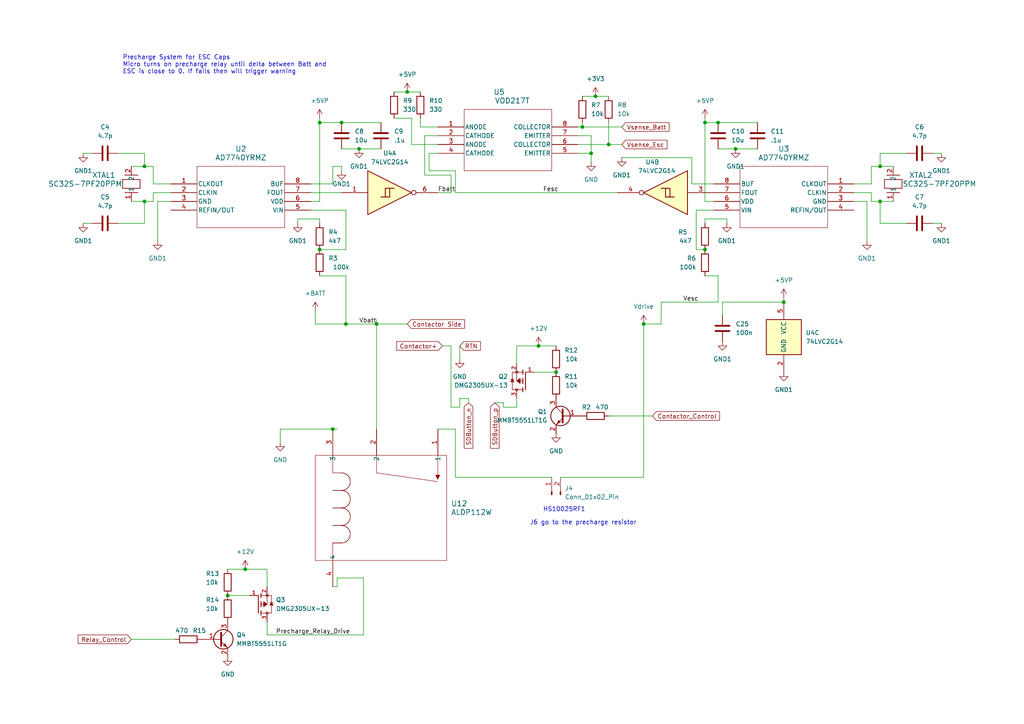
<source format=kicad_sch>
(kicad_sch (version 20230121) (generator eeschema)

  (uuid 34800f46-1dfd-412a-9415-0fbf8b4dbe87)

  (paper "A4")

  (lib_symbols
    (symbol "74xGxx:74LVC2G14" (in_bom yes) (on_board yes)
      (property "Reference" "U" (at 0 7.62 0)
        (effects (font (size 1.27 1.27)))
      )
      (property "Value" "74LVC2G14" (at 2.54 -7.62 0)
        (effects (font (size 1.27 1.27)))
      )
      (property "Footprint" "" (at 0 0 0)
        (effects (font (size 1.27 1.27)) hide)
      )
      (property "Datasheet" "https://www.ti.com/lit/ds/symlink/sn74lvc2g14.pdf" (at 0 0 0)
        (effects (font (size 1.27 1.27)) hide)
      )
      (property "ki_keywords" "Dual Gate NOT Schmitt LVC CMOS" (at 0 0 0)
        (effects (font (size 1.27 1.27)) hide)
      )
      (property "ki_description" "Dual NOT Gate Schmitt Triggered, Low-Voltage CMOS" (at 0 0 0)
        (effects (font (size 1.27 1.27)) hide)
      )
      (property "ki_fp_filters" "SG-* SOT*" (at 0 0 0)
        (effects (font (size 1.27 1.27)) hide)
      )
      (symbol "74LVC2G14_1_1"
        (polyline
          (pts
            (xy -2.54 -1.27)
            (xy -1.27 -1.27)
            (xy -1.27 1.27)
          )
          (stroke (width 0.254) (type default))
          (fill (type background))
        )
        (polyline
          (pts
            (xy -7.62 6.35)
            (xy -7.62 -6.35)
            (xy 5.08 0)
            (xy -7.62 6.35)
          )
          (stroke (width 0.254) (type default))
          (fill (type background))
        )
        (polyline
          (pts
            (xy -3.81 -1.27)
            (xy -2.54 -1.27)
            (xy -2.54 1.27)
            (xy 0 1.27)
          )
          (stroke (width 0.254) (type default))
          (fill (type background))
        )
        (pin input line (at -15.24 0 0) (length 7.62)
          (name "~" (effects (font (size 1.27 1.27))))
          (number "1" (effects (font (size 1.27 1.27))))
        )
        (pin output inverted (at 12.7 0 180) (length 7.62)
          (name "~" (effects (font (size 1.27 1.27))))
          (number "6" (effects (font (size 1.27 1.27))))
        )
      )
      (symbol "74LVC2G14_2_1"
        (polyline
          (pts
            (xy -2.54 -1.27)
            (xy -1.27 -1.27)
            (xy -1.27 1.27)
          )
          (stroke (width 0.254) (type default))
          (fill (type background))
        )
        (polyline
          (pts
            (xy -7.62 6.35)
            (xy -7.62 -6.35)
            (xy 5.08 0)
            (xy -7.62 6.35)
          )
          (stroke (width 0.254) (type default))
          (fill (type background))
        )
        (polyline
          (pts
            (xy -3.81 -1.27)
            (xy -2.54 -1.27)
            (xy -2.54 1.27)
            (xy 0 1.27)
          )
          (stroke (width 0.254) (type default))
          (fill (type background))
        )
        (pin input line (at -15.24 0 0) (length 7.62)
          (name "~" (effects (font (size 1.27 1.27))))
          (number "3" (effects (font (size 1.27 1.27))))
        )
        (pin output inverted (at 12.7 0 180) (length 7.62)
          (name "~" (effects (font (size 1.27 1.27))))
          (number "4" (effects (font (size 1.27 1.27))))
        )
      )
      (symbol "74LVC2G14_3_0"
        (rectangle (start -5.08 -5.08) (end 5.08 5.08)
          (stroke (width 0.254) (type default))
          (fill (type background))
        )
      )
      (symbol "74LVC2G14_3_1"
        (pin power_in line (at 0 -10.16 90) (length 5.08)
          (name "GND" (effects (font (size 1.27 1.27))))
          (number "2" (effects (font (size 1.27 1.27))))
        )
        (pin power_in line (at 0 10.16 270) (length 5.08)
          (name "VCC" (effects (font (size 1.27 1.27))))
          (number "5" (effects (font (size 1.27 1.27))))
        )
      )
    )
    (symbol "Connector:Conn_01x02_Pin" (pin_names (offset 1.016) hide) (in_bom yes) (on_board yes)
      (property "Reference" "J" (at 0 2.54 0)
        (effects (font (size 1.27 1.27)))
      )
      (property "Value" "Conn_01x02_Pin" (at 0 -5.08 0)
        (effects (font (size 1.27 1.27)))
      )
      (property "Footprint" "" (at 0 0 0)
        (effects (font (size 1.27 1.27)) hide)
      )
      (property "Datasheet" "~" (at 0 0 0)
        (effects (font (size 1.27 1.27)) hide)
      )
      (property "ki_locked" "" (at 0 0 0)
        (effects (font (size 1.27 1.27)))
      )
      (property "ki_keywords" "connector" (at 0 0 0)
        (effects (font (size 1.27 1.27)) hide)
      )
      (property "ki_description" "Generic connector, single row, 01x02, script generated" (at 0 0 0)
        (effects (font (size 1.27 1.27)) hide)
      )
      (property "ki_fp_filters" "Connector*:*_1x??_*" (at 0 0 0)
        (effects (font (size 1.27 1.27)) hide)
      )
      (symbol "Conn_01x02_Pin_1_1"
        (polyline
          (pts
            (xy 1.27 -2.54)
            (xy 0.8636 -2.54)
          )
          (stroke (width 0.1524) (type default))
          (fill (type none))
        )
        (polyline
          (pts
            (xy 1.27 0)
            (xy 0.8636 0)
          )
          (stroke (width 0.1524) (type default))
          (fill (type none))
        )
        (rectangle (start 0.8636 -2.413) (end 0 -2.667)
          (stroke (width 0.1524) (type default))
          (fill (type outline))
        )
        (rectangle (start 0.8636 0.127) (end 0 -0.127)
          (stroke (width 0.1524) (type default))
          (fill (type outline))
        )
        (pin passive line (at 5.08 0 180) (length 3.81)
          (name "Pin_1" (effects (font (size 1.27 1.27))))
          (number "1" (effects (font (size 1.27 1.27))))
        )
        (pin passive line (at 5.08 -2.54 180) (length 3.81)
          (name "Pin_2" (effects (font (size 1.27 1.27))))
          (number "2" (effects (font (size 1.27 1.27))))
        )
      )
    )
    (symbol "Crystal:SC32S-7PF20PPM" (pin_names (offset 0.254)) (in_bom yes) (on_board yes)
      (property "Reference" "XTAL" (at 5.08 4.445 0)
        (effects (font (size 1.524 1.524)))
      )
      (property "Value" "SC32S-7PF20PPM" (at 5.08 -4.445 0)
        (effects (font (size 1.524 1.524)))
      )
      (property "Footprint" "XTAL_SC32S-7PF20PPM_EPS" (at 0 0 0)
        (effects (font (size 1.27 1.27) italic) hide)
      )
      (property "Datasheet" "SC32S-7PF20PPM" (at 0 0 0)
        (effects (font (size 1.27 1.27) italic) hide)
      )
      (property "ki_locked" "" (at 0 0 0)
        (effects (font (size 1.27 1.27)))
      )
      (property "ki_keywords" "SC32S-7PF20PPM" (at 0 0 0)
        (effects (font (size 1.27 1.27)) hide)
      )
      (property "ki_fp_filters" "XTAL_SC32S-7PF20PPM_EPS XTAL_SC32S-7PF20PPM_EPS-M XTAL_SC32S-7PF20PPM_EPS-L" (at 0 0 0)
        (effects (font (size 1.27 1.27)) hide)
      )
      (symbol "SC32S-7PF20PPM_1_1"
        (polyline
          (pts
            (xy 2.54 -1.905)
            (xy 2.54 1.905)
          )
          (stroke (width 0.2032) (type default))
          (fill (type none))
        )
        (polyline
          (pts
            (xy 3.81 -2.54)
            (xy 3.81 2.54)
          )
          (stroke (width 0.2032) (type default))
          (fill (type none))
        )
        (polyline
          (pts
            (xy 3.81 2.54)
            (xy 6.35 2.54)
          )
          (stroke (width 0.2032) (type default))
          (fill (type none))
        )
        (polyline
          (pts
            (xy 6.35 -2.54)
            (xy 3.81 -2.54)
          )
          (stroke (width 0.2032) (type default))
          (fill (type none))
        )
        (polyline
          (pts
            (xy 6.35 2.54)
            (xy 6.35 -2.54)
          )
          (stroke (width 0.2032) (type default))
          (fill (type none))
        )
        (polyline
          (pts
            (xy 7.62 -1.905)
            (xy 7.62 1.905)
          )
          (stroke (width 0.2032) (type default))
          (fill (type none))
        )
        (pin unspecified line (at 0 0 0) (length 2.54)
          (name "1" (effects (font (size 1.27 1.27))))
          (number "1" (effects (font (size 1.27 1.27))))
        )
        (pin unspecified line (at 10.16 0 180) (length 2.54)
          (name "2" (effects (font (size 1.27 1.27))))
          (number "2" (effects (font (size 1.27 1.27))))
        )
      )
      (symbol "SC32S-7PF20PPM_1_2"
        (polyline
          (pts
            (xy -2.54 3.81)
            (xy -2.54 6.35)
          )
          (stroke (width 0.2032) (type default))
          (fill (type none))
        )
        (polyline
          (pts
            (xy -2.54 6.35)
            (xy 2.54 6.35)
          )
          (stroke (width 0.2032) (type default))
          (fill (type none))
        )
        (polyline
          (pts
            (xy 1.905 2.54)
            (xy -1.905 2.54)
          )
          (stroke (width 0.2032) (type default))
          (fill (type none))
        )
        (polyline
          (pts
            (xy 1.905 7.62)
            (xy -1.905 7.62)
          )
          (stroke (width 0.2032) (type default))
          (fill (type none))
        )
        (polyline
          (pts
            (xy 2.54 3.81)
            (xy -2.54 3.81)
          )
          (stroke (width 0.2032) (type default))
          (fill (type none))
        )
        (polyline
          (pts
            (xy 2.54 6.35)
            (xy 2.54 3.81)
          )
          (stroke (width 0.2032) (type default))
          (fill (type none))
        )
        (pin unspecified line (at 0 0 90) (length 2.54)
          (name "1" (effects (font (size 1.27 1.27))))
          (number "1" (effects (font (size 1.27 1.27))))
        )
        (pin unspecified line (at 0 10.16 270) (length 2.54)
          (name "2" (effects (font (size 1.27 1.27))))
          (number "2" (effects (font (size 1.27 1.27))))
        )
      )
    )
    (symbol "Device:C" (pin_numbers hide) (pin_names (offset 0.254)) (in_bom yes) (on_board yes)
      (property "Reference" "C" (at 0.635 2.54 0)
        (effects (font (size 1.27 1.27)) (justify left))
      )
      (property "Value" "C" (at 0.635 -2.54 0)
        (effects (font (size 1.27 1.27)) (justify left))
      )
      (property "Footprint" "" (at 0.9652 -3.81 0)
        (effects (font (size 1.27 1.27)) hide)
      )
      (property "Datasheet" "~" (at 0 0 0)
        (effects (font (size 1.27 1.27)) hide)
      )
      (property "ki_keywords" "cap capacitor" (at 0 0 0)
        (effects (font (size 1.27 1.27)) hide)
      )
      (property "ki_description" "Unpolarized capacitor" (at 0 0 0)
        (effects (font (size 1.27 1.27)) hide)
      )
      (property "ki_fp_filters" "C_*" (at 0 0 0)
        (effects (font (size 1.27 1.27)) hide)
      )
      (symbol "C_0_1"
        (polyline
          (pts
            (xy -2.032 -0.762)
            (xy 2.032 -0.762)
          )
          (stroke (width 0.508) (type default))
          (fill (type none))
        )
        (polyline
          (pts
            (xy -2.032 0.762)
            (xy 2.032 0.762)
          )
          (stroke (width 0.508) (type default))
          (fill (type none))
        )
      )
      (symbol "C_1_1"
        (pin passive line (at 0 3.81 270) (length 2.794)
          (name "~" (effects (font (size 1.27 1.27))))
          (number "1" (effects (font (size 1.27 1.27))))
        )
        (pin passive line (at 0 -3.81 90) (length 2.794)
          (name "~" (effects (font (size 1.27 1.27))))
          (number "2" (effects (font (size 1.27 1.27))))
        )
      )
    )
    (symbol "Device:R" (pin_numbers hide) (pin_names (offset 0)) (in_bom yes) (on_board yes)
      (property "Reference" "R" (at 2.032 0 90)
        (effects (font (size 1.27 1.27)))
      )
      (property "Value" "R" (at 0 0 90)
        (effects (font (size 1.27 1.27)))
      )
      (property "Footprint" "" (at -1.778 0 90)
        (effects (font (size 1.27 1.27)) hide)
      )
      (property "Datasheet" "~" (at 0 0 0)
        (effects (font (size 1.27 1.27)) hide)
      )
      (property "ki_keywords" "R res resistor" (at 0 0 0)
        (effects (font (size 1.27 1.27)) hide)
      )
      (property "ki_description" "Resistor" (at 0 0 0)
        (effects (font (size 1.27 1.27)) hide)
      )
      (property "ki_fp_filters" "R_*" (at 0 0 0)
        (effects (font (size 1.27 1.27)) hide)
      )
      (symbol "R_0_1"
        (rectangle (start -1.016 -2.54) (end 1.016 2.54)
          (stroke (width 0.254) (type default))
          (fill (type none))
        )
      )
      (symbol "R_1_1"
        (pin passive line (at 0 3.81 270) (length 1.27)
          (name "~" (effects (font (size 1.27 1.27))))
          (number "1" (effects (font (size 1.27 1.27))))
        )
        (pin passive line (at 0 -3.81 90) (length 1.27)
          (name "~" (effects (font (size 1.27 1.27))))
          (number "2" (effects (font (size 1.27 1.27))))
        )
      )
    )
    (symbol "New_Relays:ALDP112W" (pin_names (offset 0.254)) (in_bom yes) (on_board yes)
      (property "Reference" "U" (at 22.86 12.7 0)
        (effects (font (size 1.524 1.524)))
      )
      (property "Value" "ALDP112W" (at 22.86 7.62 0)
        (effects (font (size 1.524 1.524)))
      )
      (property "Footprint" "PAN_ALD_PAN" (at 0 0 0)
        (effects (font (size 1.27 1.27) italic) hide)
      )
      (property "Datasheet" "ALDP112W" (at 0 0 0)
        (effects (font (size 1.27 1.27) italic) hide)
      )
      (property "ki_locked" "" (at 0 0 0)
        (effects (font (size 1.27 1.27)))
      )
      (property "ki_keywords" "ALDP112W" (at 0 0 0)
        (effects (font (size 1.27 1.27)) hide)
      )
      (property "ki_fp_filters" "PAN_ALD_PAN" (at 0 0 0)
        (effects (font (size 1.27 1.27)) hide)
      )
      (symbol "ALDP112W_0_1"
        (polyline
          (pts
            (xy 7.62 -35.56)
            (xy 38.1 -35.56)
          )
          (stroke (width 0.127) (type default))
          (fill (type none))
        )
        (polyline
          (pts
            (xy 7.62 0)
            (xy 12.7 0)
          )
          (stroke (width 0.127) (type default))
          (fill (type none))
        )
        (polyline
          (pts
            (xy 7.62 2.54)
            (xy 7.62 -35.56)
          )
          (stroke (width 0.127) (type default))
          (fill (type none))
        )
        (polyline
          (pts
            (xy 12.7 -30.48)
            (xy 7.62 -30.48)
          )
          (stroke (width 0.127) (type default))
          (fill (type none))
        )
        (polyline
          (pts
            (xy 12.7 -27.94)
            (xy 12.7 -30.48)
          )
          (stroke (width 0.127) (type default))
          (fill (type none))
        )
        (polyline
          (pts
            (xy 12.7 -17.78)
            (xy 7.62 -17.78)
          )
          (stroke (width 0.127) (type default))
          (fill (type none))
        )
        (polyline
          (pts
            (xy 12.7 -17.78)
            (xy 15.24 0)
          )
          (stroke (width 0.127) (type default))
          (fill (type none))
        )
        (polyline
          (pts
            (xy 12.7 0)
            (xy 13.9689 -0.0056)
          )
          (stroke (width 0.127) (type default))
          (fill (type none))
        )
        (polyline
          (pts
            (xy 17.78 -27.94)
            (xy 17.78 -30.48)
          )
          (stroke (width 0.127) (type default))
          (fill (type none))
        )
        (polyline
          (pts
            (xy 17.78 -27.94)
            (xy 17.78 -30.48)
          )
          (stroke (width 0.127) (type default))
          (fill (type none))
        )
        (polyline
          (pts
            (xy 22.86 -27.94)
            (xy 22.86 -30.48)
          )
          (stroke (width 0.127) (type default))
          (fill (type none))
        )
        (polyline
          (pts
            (xy 22.86 -27.94)
            (xy 22.86 -30.48)
          )
          (stroke (width 0.127) (type default))
          (fill (type none))
        )
        (polyline
          (pts
            (xy 27.94 -27.94)
            (xy 27.94 -30.48)
          )
          (stroke (width 0.127) (type default))
          (fill (type none))
        )
        (polyline
          (pts
            (xy 27.94 -27.94)
            (xy 27.94 -30.48)
          )
          (stroke (width 0.127) (type default))
          (fill (type none))
        )
        (polyline
          (pts
            (xy 33.02 -27.94)
            (xy 33.02 -30.48)
          )
          (stroke (width 0.127) (type default))
          (fill (type none))
        )
        (polyline
          (pts
            (xy 33.02 -27.94)
            (xy 33.02 -30.48)
          )
          (stroke (width 0.127) (type default))
          (fill (type none))
        )
        (polyline
          (pts
            (xy 38.1 -35.56)
            (xy 38.1 2.54)
          )
          (stroke (width 0.127) (type default))
          (fill (type none))
        )
        (polyline
          (pts
            (xy 38.1 -30.48)
            (xy 33.02 -30.48)
          )
          (stroke (width 0.127) (type default))
          (fill (type none))
        )
        (polyline
          (pts
            (xy 38.1 2.54)
            (xy 7.62 2.54)
          )
          (stroke (width 0.127) (type default))
          (fill (type none))
        )
        (polyline
          (pts
            (xy 13.335 0.635)
            (xy 13.335 -0.635)
            (xy 14.605 0)
          )
          (stroke (width 0) (type default))
          (fill (type outline))
        )
        (arc (start 17.78 -27.94) (mid 15.24 -25.411) (end 12.7 -27.94)
          (stroke (width 0.127) (type default))
          (fill (type none))
        )
        (arc (start 17.78 -27.94) (mid 15.24 -25.411) (end 12.7 -27.94)
          (stroke (width 0.127) (type default))
          (fill (type none))
        )
        (arc (start 22.86 -27.94) (mid 20.32 -25.411) (end 17.78 -27.94)
          (stroke (width 0.127) (type default))
          (fill (type none))
        )
        (arc (start 22.86 -27.94) (mid 20.32 -25.411) (end 17.78 -27.94)
          (stroke (width 0.127) (type default))
          (fill (type none))
        )
        (arc (start 27.94 -27.94) (mid 25.4 -25.411) (end 22.86 -27.94)
          (stroke (width 0.127) (type default))
          (fill (type none))
        )
        (arc (start 27.94 -27.94) (mid 25.4 -25.411) (end 22.86 -27.94)
          (stroke (width 0.127) (type default))
          (fill (type none))
        )
        (arc (start 33.02 -27.94) (mid 30.48 -25.411) (end 27.94 -27.94)
          (stroke (width 0.127) (type default))
          (fill (type none))
        )
        (arc (start 33.02 -27.94) (mid 30.48 -25.411) (end 27.94 -27.94)
          (stroke (width 0.127) (type default))
          (fill (type none))
        )
        (pin unspecified line (at 0 0 0) (length 7.62)
          (name "1" (effects (font (size 1.27 1.27))))
          (number "1" (effects (font (size 1.27 1.27))))
        )
        (pin unspecified line (at 0 -17.78 0) (length 7.62)
          (name "2" (effects (font (size 1.27 1.27))))
          (number "2" (effects (font (size 1.27 1.27))))
        )
        (pin unspecified line (at 0 -30.48 0) (length 7.62)
          (name "3" (effects (font (size 1.27 1.27))))
          (number "3" (effects (font (size 1.27 1.27))))
        )
        (pin unspecified line (at 45.72 -30.48 180) (length 7.62)
          (name "4" (effects (font (size 1.27 1.27))))
          (number "4" (effects (font (size 1.27 1.27))))
        )
      )
    )
    (symbol "Optos:VOD217T" (pin_names (offset 0.254)) (in_bom yes) (on_board yes)
      (property "Reference" "U5" (at 17.78 10.16 0)
        (effects (font (size 1.524 1.524)))
      )
      (property "Value" "VOD217T" (at 21.59 7.62 0)
        (effects (font (size 1.524 1.524)))
      )
      (property "Footprint" "SOIC-8_VO" (at -1.27 7.62 0)
        (effects (font (size 1.27 1.27) italic) hide)
      )
      (property "Datasheet" "VOD217T" (at -1.27 5.08 0)
        (effects (font (size 1.27 1.27) italic) hide)
      )
      (property "ki_locked" "" (at 0 0 0)
        (effects (font (size 1.27 1.27)))
      )
      (property "ki_keywords" "VOD217T" (at 0 0 0)
        (effects (font (size 1.27 1.27)) hide)
      )
      (property "ki_fp_filters" "SOIC-8_VO SOIC-8_VO-M SOIC-8_VO-L" (at 0 0 0)
        (effects (font (size 1.27 1.27)) hide)
      )
      (symbol "VOD217T_0_1"
        (polyline
          (pts
            (xy 7.62 -12.7)
            (xy 33.02 -12.7)
          )
          (stroke (width 0.127) (type default))
          (fill (type none))
        )
        (polyline
          (pts
            (xy 7.62 5.08)
            (xy 7.62 -12.7)
          )
          (stroke (width 0.127) (type default))
          (fill (type none))
        )
        (polyline
          (pts
            (xy 33.02 -12.7)
            (xy 33.02 5.08)
          )
          (stroke (width 0.127) (type default))
          (fill (type none))
        )
        (polyline
          (pts
            (xy 33.02 5.08)
            (xy 7.62 5.08)
          )
          (stroke (width 0.127) (type default))
          (fill (type none))
        )
        (pin unspecified line (at 0 0 0) (length 7.62)
          (name "ANODE" (effects (font (size 1.27 1.27))))
          (number "1" (effects (font (size 1.27 1.27))))
        )
        (pin unspecified line (at 0 -2.54 0) (length 7.62)
          (name "CATHODE" (effects (font (size 1.27 1.27))))
          (number "2" (effects (font (size 1.27 1.27))))
        )
        (pin unspecified line (at 0 -5.08 0) (length 7.62)
          (name "ANODE" (effects (font (size 1.27 1.27))))
          (number "3" (effects (font (size 1.27 1.27))))
        )
        (pin unspecified line (at 0 -7.62 0) (length 7.62)
          (name "CATHODE" (effects (font (size 1.27 1.27))))
          (number "4" (effects (font (size 1.27 1.27))))
        )
        (pin unspecified line (at 40.64 -7.62 180) (length 7.62)
          (name "EMITTER" (effects (font (size 1.27 1.27))))
          (number "5" (effects (font (size 1.27 1.27))))
        )
        (pin unspecified line (at 40.64 -5.08 180) (length 7.62)
          (name "COLLECTOR" (effects (font (size 1.27 1.27))))
          (number "6" (effects (font (size 1.27 1.27))))
        )
        (pin unspecified line (at 40.64 -2.54 180) (length 7.62)
          (name "EMITTER" (effects (font (size 1.27 1.27))))
          (number "7" (effects (font (size 1.27 1.27))))
        )
        (pin unspecified line (at 40.64 0 180) (length 7.62)
          (name "COLLECTOR" (effects (font (size 1.27 1.27))))
          (number "8" (effects (font (size 1.27 1.27))))
        )
      )
    )
    (symbol "P-channel fet:DMG2305UX-13" (pin_names (offset 1.016)) (in_bom yes) (on_board yes)
      (property "Reference" "Q" (at -8.89 3.81 0)
        (effects (font (size 1.27 1.27)) (justify left bottom))
      )
      (property "Value" "DMG2305UX-13" (at -8.89 -6.35 0)
        (effects (font (size 1.27 1.27)) (justify left bottom))
      )
      (property "Footprint" "DMG2305UX-13:SOT91P240X110-3N" (at 0 0 0)
        (effects (font (size 1.27 1.27)) (justify bottom) hide)
      )
      (property "Datasheet" "" (at 0 0 0)
        (effects (font (size 1.27 1.27)) hide)
      )
      (property "PARTREV" "09/2018" (at 0 0 0)
        (effects (font (size 1.27 1.27)) (justify bottom) hide)
      )
      (property "MANUFACTURER" "Diodes Inc." (at 0 0 0)
        (effects (font (size 1.27 1.27)) (justify bottom) hide)
      )
      (property "MAXIMUM_PACKAGE_HEIGHT" "1.1mm" (at 0 0 0)
        (effects (font (size 1.27 1.27)) (justify bottom) hide)
      )
      (property "STANDARD" "IPC-7351B" (at 0 0 0)
        (effects (font (size 1.27 1.27)) (justify bottom) hide)
      )
      (symbol "DMG2305UX-13_0_0"
        (polyline
          (pts
            (xy 0 -2.54)
            (xy 0 2.54)
          )
          (stroke (width 0.254) (type default))
          (fill (type none))
        )
        (polyline
          (pts
            (xy 0.762 -3.175)
            (xy 0.762 -2.54)
          )
          (stroke (width 0.254) (type default))
          (fill (type none))
        )
        (polyline
          (pts
            (xy 0.762 -2.54)
            (xy 0.762 -1.905)
          )
          (stroke (width 0.254) (type default))
          (fill (type none))
        )
        (polyline
          (pts
            (xy 0.762 -2.54)
            (xy 2.54 -2.54)
          )
          (stroke (width 0.1524) (type default))
          (fill (type none))
        )
        (polyline
          (pts
            (xy 0.762 -0.762)
            (xy 0.762 0)
          )
          (stroke (width 0.254) (type default))
          (fill (type none))
        )
        (polyline
          (pts
            (xy 0.762 0)
            (xy 0.762 0.762)
          )
          (stroke (width 0.254) (type default))
          (fill (type none))
        )
        (polyline
          (pts
            (xy 0.762 0)
            (xy 2.54 0)
          )
          (stroke (width 0.1524) (type default))
          (fill (type none))
        )
        (polyline
          (pts
            (xy 0.762 1.905)
            (xy 0.762 2.54)
          )
          (stroke (width 0.254) (type default))
          (fill (type none))
        )
        (polyline
          (pts
            (xy 0.762 2.54)
            (xy 0.762 3.175)
          )
          (stroke (width 0.254) (type default))
          (fill (type none))
        )
        (polyline
          (pts
            (xy 2.54 -2.54)
            (xy 2.54 0)
          )
          (stroke (width 0.1524) (type default))
          (fill (type none))
        )
        (polyline
          (pts
            (xy 2.54 -2.54)
            (xy 3.81 -2.54)
          )
          (stroke (width 0.1524) (type default))
          (fill (type none))
        )
        (polyline
          (pts
            (xy 2.54 2.54)
            (xy 0.762 2.54)
          )
          (stroke (width 0.1524) (type default))
          (fill (type none))
        )
        (polyline
          (pts
            (xy 2.54 2.54)
            (xy 3.81 2.54)
          )
          (stroke (width 0.1524) (type default))
          (fill (type none))
        )
        (polyline
          (pts
            (xy 3.81 -0.508)
            (xy 3.302 -0.508)
          )
          (stroke (width 0.1524) (type default))
          (fill (type none))
        )
        (polyline
          (pts
            (xy 3.81 -0.508)
            (xy 3.81 -2.54)
          )
          (stroke (width 0.1524) (type default))
          (fill (type none))
        )
        (polyline
          (pts
            (xy 3.81 2.54)
            (xy 3.81 -0.508)
          )
          (stroke (width 0.1524) (type default))
          (fill (type none))
        )
        (polyline
          (pts
            (xy 4.318 -0.508)
            (xy 3.81 -0.508)
          )
          (stroke (width 0.1524) (type default))
          (fill (type none))
        )
        (polyline
          (pts
            (xy 2.54 0)
            (xy 1.524 0.762)
            (xy 1.524 -0.762)
            (xy 2.54 0)
          )
          (stroke (width 0.1524) (type default))
          (fill (type outline))
        )
        (polyline
          (pts
            (xy 3.81 -0.508)
            (xy 3.302 0.254)
            (xy 4.318 0.254)
            (xy 3.81 -0.508)
          )
          (stroke (width 0.1524) (type default))
          (fill (type outline))
        )
        (circle (center 2.54 -2.54) (radius 0.3592)
          (stroke (width 0) (type default))
          (fill (type none))
        )
        (circle (center 2.54 2.54) (radius 0.3592)
          (stroke (width 0) (type default))
          (fill (type none))
        )
        (pin passive line (at -2.54 -2.54 0) (length 2.54)
          (name "~" (effects (font (size 1.016 1.016))))
          (number "1" (effects (font (size 1.016 1.016))))
        )
        (pin passive line (at 2.54 -5.08 90) (length 2.54)
          (name "~" (effects (font (size 1.016 1.016))))
          (number "2" (effects (font (size 1.016 1.016))))
        )
        (pin passive line (at 2.54 5.08 270) (length 2.54)
          (name "~" (effects (font (size 1.016 1.016))))
          (number "3" (effects (font (size 1.016 1.016))))
        )
      )
    )
    (symbol "Transistor_BJT:MMBT3904" (pin_names (offset 0) hide) (in_bom yes) (on_board yes)
      (property "Reference" "Q" (at 5.08 1.905 0)
        (effects (font (size 1.27 1.27)) (justify left))
      )
      (property "Value" "MMBT3904" (at 5.08 0 0)
        (effects (font (size 1.27 1.27)) (justify left))
      )
      (property "Footprint" "Package_TO_SOT_SMD:SOT-23" (at 5.08 -1.905 0)
        (effects (font (size 1.27 1.27) italic) (justify left) hide)
      )
      (property "Datasheet" "https://www.onsemi.com/pdf/datasheet/pzt3904-d.pdf" (at 0 0 0)
        (effects (font (size 1.27 1.27)) (justify left) hide)
      )
      (property "ki_keywords" "NPN Transistor" (at 0 0 0)
        (effects (font (size 1.27 1.27)) hide)
      )
      (property "ki_description" "0.2A Ic, 40V Vce, Small Signal NPN Transistor, SOT-23" (at 0 0 0)
        (effects (font (size 1.27 1.27)) hide)
      )
      (property "ki_fp_filters" "SOT?23*" (at 0 0 0)
        (effects (font (size 1.27 1.27)) hide)
      )
      (symbol "MMBT3904_0_1"
        (polyline
          (pts
            (xy 0.635 0.635)
            (xy 2.54 2.54)
          )
          (stroke (width 0) (type default))
          (fill (type none))
        )
        (polyline
          (pts
            (xy 0.635 -0.635)
            (xy 2.54 -2.54)
            (xy 2.54 -2.54)
          )
          (stroke (width 0) (type default))
          (fill (type none))
        )
        (polyline
          (pts
            (xy 0.635 1.905)
            (xy 0.635 -1.905)
            (xy 0.635 -1.905)
          )
          (stroke (width 0.508) (type default))
          (fill (type none))
        )
        (polyline
          (pts
            (xy 1.27 -1.778)
            (xy 1.778 -1.27)
            (xy 2.286 -2.286)
            (xy 1.27 -1.778)
            (xy 1.27 -1.778)
          )
          (stroke (width 0) (type default))
          (fill (type outline))
        )
        (circle (center 1.27 0) (radius 2.8194)
          (stroke (width 0.254) (type default))
          (fill (type none))
        )
      )
      (symbol "MMBT3904_1_1"
        (pin input line (at -5.08 0 0) (length 5.715)
          (name "B" (effects (font (size 1.27 1.27))))
          (number "1" (effects (font (size 1.27 1.27))))
        )
        (pin passive line (at 2.54 -5.08 90) (length 2.54)
          (name "E" (effects (font (size 1.27 1.27))))
          (number "2" (effects (font (size 1.27 1.27))))
        )
        (pin passive line (at 2.54 5.08 270) (length 2.54)
          (name "C" (effects (font (size 1.27 1.27))))
          (number "3" (effects (font (size 1.27 1.27))))
        )
      )
    )
    (symbol "V/F converter:AD7740YRMZ-REEL7" (pin_names (offset 0.254)) (in_bom yes) (on_board yes)
      (property "Reference" "U2" (at 20.32 10.16 0)
        (effects (font (size 1.524 1.524)))
      )
      (property "Value" "AD7740YRMZ" (at 20.32 7.62 0)
        (effects (font (size 1.524 1.524)))
      )
      (property "Footprint" "RM_8_ADI" (at -2.54 3.81 0)
        (effects (font (size 1.27 1.27) italic) hide)
      )
      (property "Datasheet" "AD7740YRMZ-REEL7" (at -1.27 6.35 0)
        (effects (font (size 1.27 1.27) italic) hide)
      )
      (property "ki_locked" "" (at 0 0 0)
        (effects (font (size 1.27 1.27)))
      )
      (property "ki_keywords" "AD7740YRMZ-REEL7" (at 0 0 0)
        (effects (font (size 1.27 1.27)) hide)
      )
      (property "ki_fp_filters" "RM_8_ADI RM_8_ADI-M RM_8_ADI-L" (at 0 0 0)
        (effects (font (size 1.27 1.27)) hide)
      )
      (symbol "AD7740YRMZ-REEL7_0_1"
        (polyline
          (pts
            (xy 7.62 -12.7)
            (xy 33.02 -12.7)
          )
          (stroke (width 0.127) (type default))
          (fill (type none))
        )
        (polyline
          (pts
            (xy 7.62 5.08)
            (xy 7.62 -12.7)
          )
          (stroke (width 0.127) (type default))
          (fill (type none))
        )
        (polyline
          (pts
            (xy 33.02 -12.7)
            (xy 33.02 5.08)
          )
          (stroke (width 0.127) (type default))
          (fill (type none))
        )
        (polyline
          (pts
            (xy 33.02 5.08)
            (xy 7.62 5.08)
          )
          (stroke (width 0.127) (type default))
          (fill (type none))
        )
        (pin unspecified line (at 0 0 0) (length 7.62)
          (name "CLKOUT" (effects (font (size 1.27 1.27))))
          (number "1" (effects (font (size 1.27 1.27))))
        )
        (pin unspecified line (at 0 -2.54 0) (length 7.62)
          (name "CLKIN" (effects (font (size 1.27 1.27))))
          (number "2" (effects (font (size 1.27 1.27))))
        )
        (pin unspecified line (at 0 -5.08 0) (length 7.62)
          (name "GND" (effects (font (size 1.27 1.27))))
          (number "3" (effects (font (size 1.27 1.27))))
        )
        (pin unspecified line (at 0 -7.62 0) (length 7.62)
          (name "REFIN/OUT" (effects (font (size 1.27 1.27))))
          (number "4" (effects (font (size 1.27 1.27))))
        )
        (pin unspecified line (at 40.64 -7.62 180) (length 7.62)
          (name "VIN" (effects (font (size 1.27 1.27))))
          (number "5" (effects (font (size 1.27 1.27))))
        )
        (pin power_in line (at 40.64 -5.08 180) (length 7.62)
          (name "VDD" (effects (font (size 1.27 1.27))))
          (number "6" (effects (font (size 1.27 1.27))))
        )
        (pin unspecified line (at 40.64 -2.54 180) (length 7.62)
          (name "FOUT" (effects (font (size 1.27 1.27))))
          (number "7" (effects (font (size 1.27 1.27))))
        )
        (pin unspecified line (at 40.64 0 180) (length 7.62)
          (name "BUF" (effects (font (size 1.27 1.27))))
          (number "8" (effects (font (size 1.27 1.27))))
        )
      )
    )
    (symbol "power:+12V" (power) (pin_names (offset 0)) (in_bom yes) (on_board yes)
      (property "Reference" "#PWR" (at 0 -3.81 0)
        (effects (font (size 1.27 1.27)) hide)
      )
      (property "Value" "+12V" (at 0 3.556 0)
        (effects (font (size 1.27 1.27)))
      )
      (property "Footprint" "" (at 0 0 0)
        (effects (font (size 1.27 1.27)) hide)
      )
      (property "Datasheet" "" (at 0 0 0)
        (effects (font (size 1.27 1.27)) hide)
      )
      (property "ki_keywords" "global power" (at 0 0 0)
        (effects (font (size 1.27 1.27)) hide)
      )
      (property "ki_description" "Power symbol creates a global label with name \"+12V\"" (at 0 0 0)
        (effects (font (size 1.27 1.27)) hide)
      )
      (symbol "+12V_0_1"
        (polyline
          (pts
            (xy -0.762 1.27)
            (xy 0 2.54)
          )
          (stroke (width 0) (type default))
          (fill (type none))
        )
        (polyline
          (pts
            (xy 0 0)
            (xy 0 2.54)
          )
          (stroke (width 0) (type default))
          (fill (type none))
        )
        (polyline
          (pts
            (xy 0 2.54)
            (xy 0.762 1.27)
          )
          (stroke (width 0) (type default))
          (fill (type none))
        )
      )
      (symbol "+12V_1_1"
        (pin power_in line (at 0 0 90) (length 0) hide
          (name "+12V" (effects (font (size 1.27 1.27))))
          (number "1" (effects (font (size 1.27 1.27))))
        )
      )
    )
    (symbol "power:+3V3" (power) (pin_names (offset 0)) (in_bom yes) (on_board yes)
      (property "Reference" "#PWR" (at 0 -3.81 0)
        (effects (font (size 1.27 1.27)) hide)
      )
      (property "Value" "+3V3" (at 0 3.556 0)
        (effects (font (size 1.27 1.27)))
      )
      (property "Footprint" "" (at 0 0 0)
        (effects (font (size 1.27 1.27)) hide)
      )
      (property "Datasheet" "" (at 0 0 0)
        (effects (font (size 1.27 1.27)) hide)
      )
      (property "ki_keywords" "global power" (at 0 0 0)
        (effects (font (size 1.27 1.27)) hide)
      )
      (property "ki_description" "Power symbol creates a global label with name \"+3V3\"" (at 0 0 0)
        (effects (font (size 1.27 1.27)) hide)
      )
      (symbol "+3V3_0_1"
        (polyline
          (pts
            (xy -0.762 1.27)
            (xy 0 2.54)
          )
          (stroke (width 0) (type default))
          (fill (type none))
        )
        (polyline
          (pts
            (xy 0 0)
            (xy 0 2.54)
          )
          (stroke (width 0) (type default))
          (fill (type none))
        )
        (polyline
          (pts
            (xy 0 2.54)
            (xy 0.762 1.27)
          )
          (stroke (width 0) (type default))
          (fill (type none))
        )
      )
      (symbol "+3V3_1_1"
        (pin power_in line (at 0 0 90) (length 0) hide
          (name "+3V3" (effects (font (size 1.27 1.27))))
          (number "1" (effects (font (size 1.27 1.27))))
        )
      )
    )
    (symbol "power:+5VP" (power) (pin_names (offset 0)) (in_bom yes) (on_board yes)
      (property "Reference" "#PWR" (at 0 -3.81 0)
        (effects (font (size 1.27 1.27)) hide)
      )
      (property "Value" "+5VP" (at 0 3.556 0)
        (effects (font (size 1.27 1.27)))
      )
      (property "Footprint" "" (at 0 0 0)
        (effects (font (size 1.27 1.27)) hide)
      )
      (property "Datasheet" "" (at 0 0 0)
        (effects (font (size 1.27 1.27)) hide)
      )
      (property "ki_keywords" "global power" (at 0 0 0)
        (effects (font (size 1.27 1.27)) hide)
      )
      (property "ki_description" "Power symbol creates a global label with name \"+5VP\"" (at 0 0 0)
        (effects (font (size 1.27 1.27)) hide)
      )
      (symbol "+5VP_0_1"
        (polyline
          (pts
            (xy -0.762 1.27)
            (xy 0 2.54)
          )
          (stroke (width 0) (type default))
          (fill (type none))
        )
        (polyline
          (pts
            (xy 0 0)
            (xy 0 2.54)
          )
          (stroke (width 0) (type default))
          (fill (type none))
        )
        (polyline
          (pts
            (xy 0 2.54)
            (xy 0.762 1.27)
          )
          (stroke (width 0) (type default))
          (fill (type none))
        )
      )
      (symbol "+5VP_1_1"
        (pin power_in line (at 0 0 90) (length 0) hide
          (name "+5VP" (effects (font (size 1.27 1.27))))
          (number "1" (effects (font (size 1.27 1.27))))
        )
      )
    )
    (symbol "power:+BATT" (power) (pin_names (offset 0)) (in_bom yes) (on_board yes)
      (property "Reference" "#PWR" (at 0 -3.81 0)
        (effects (font (size 1.27 1.27)) hide)
      )
      (property "Value" "+BATT" (at 0 3.556 0)
        (effects (font (size 1.27 1.27)))
      )
      (property "Footprint" "" (at 0 0 0)
        (effects (font (size 1.27 1.27)) hide)
      )
      (property "Datasheet" "" (at 0 0 0)
        (effects (font (size 1.27 1.27)) hide)
      )
      (property "ki_keywords" "global power battery" (at 0 0 0)
        (effects (font (size 1.27 1.27)) hide)
      )
      (property "ki_description" "Power symbol creates a global label with name \"+BATT\"" (at 0 0 0)
        (effects (font (size 1.27 1.27)) hide)
      )
      (symbol "+BATT_0_1"
        (polyline
          (pts
            (xy -0.762 1.27)
            (xy 0 2.54)
          )
          (stroke (width 0) (type default))
          (fill (type none))
        )
        (polyline
          (pts
            (xy 0 0)
            (xy 0 2.54)
          )
          (stroke (width 0) (type default))
          (fill (type none))
        )
        (polyline
          (pts
            (xy 0 2.54)
            (xy 0.762 1.27)
          )
          (stroke (width 0) (type default))
          (fill (type none))
        )
      )
      (symbol "+BATT_1_1"
        (pin power_in line (at 0 0 90) (length 0) hide
          (name "+BATT" (effects (font (size 1.27 1.27))))
          (number "1" (effects (font (size 1.27 1.27))))
        )
      )
    )
    (symbol "power:GND" (power) (pin_names (offset 0)) (in_bom yes) (on_board yes)
      (property "Reference" "#PWR" (at 0 -6.35 0)
        (effects (font (size 1.27 1.27)) hide)
      )
      (property "Value" "GND" (at 0 -3.81 0)
        (effects (font (size 1.27 1.27)))
      )
      (property "Footprint" "" (at 0 0 0)
        (effects (font (size 1.27 1.27)) hide)
      )
      (property "Datasheet" "" (at 0 0 0)
        (effects (font (size 1.27 1.27)) hide)
      )
      (property "ki_keywords" "global power" (at 0 0 0)
        (effects (font (size 1.27 1.27)) hide)
      )
      (property "ki_description" "Power symbol creates a global label with name \"GND\" , ground" (at 0 0 0)
        (effects (font (size 1.27 1.27)) hide)
      )
      (symbol "GND_0_1"
        (polyline
          (pts
            (xy 0 0)
            (xy 0 -1.27)
            (xy 1.27 -1.27)
            (xy 0 -2.54)
            (xy -1.27 -1.27)
            (xy 0 -1.27)
          )
          (stroke (width 0) (type default))
          (fill (type none))
        )
      )
      (symbol "GND_1_1"
        (pin power_in line (at 0 0 270) (length 0) hide
          (name "GND" (effects (font (size 1.27 1.27))))
          (number "1" (effects (font (size 1.27 1.27))))
        )
      )
    )
    (symbol "power:GND1" (power) (pin_names (offset 0)) (in_bom yes) (on_board yes)
      (property "Reference" "#PWR" (at 0 -6.35 0)
        (effects (font (size 1.27 1.27)) hide)
      )
      (property "Value" "GND1" (at 0 -3.81 0)
        (effects (font (size 1.27 1.27)))
      )
      (property "Footprint" "" (at 0 0 0)
        (effects (font (size 1.27 1.27)) hide)
      )
      (property "Datasheet" "" (at 0 0 0)
        (effects (font (size 1.27 1.27)) hide)
      )
      (property "ki_keywords" "global power" (at 0 0 0)
        (effects (font (size 1.27 1.27)) hide)
      )
      (property "ki_description" "Power symbol creates a global label with name \"GND1\" , ground" (at 0 0 0)
        (effects (font (size 1.27 1.27)) hide)
      )
      (symbol "GND1_0_1"
        (polyline
          (pts
            (xy 0 0)
            (xy 0 -1.27)
            (xy 1.27 -1.27)
            (xy 0 -2.54)
            (xy -1.27 -1.27)
            (xy 0 -1.27)
          )
          (stroke (width 0) (type default))
          (fill (type none))
        )
      )
      (symbol "GND1_1_1"
        (pin power_in line (at 0 0 270) (length 0) hide
          (name "GND1" (effects (font (size 1.27 1.27))))
          (number "1" (effects (font (size 1.27 1.27))))
        )
      )
    )
    (symbol "power:Vdrive" (power) (pin_names (offset 0)) (in_bom yes) (on_board yes)
      (property "Reference" "#PWR" (at -5.08 -3.81 0)
        (effects (font (size 1.27 1.27)) hide)
      )
      (property "Value" "Vdrive" (at 0 3.81 0)
        (effects (font (size 1.27 1.27)))
      )
      (property "Footprint" "" (at 0 0 0)
        (effects (font (size 1.27 1.27)) hide)
      )
      (property "Datasheet" "" (at 0 0 0)
        (effects (font (size 1.27 1.27)) hide)
      )
      (property "ki_keywords" "global power" (at 0 0 0)
        (effects (font (size 1.27 1.27)) hide)
      )
      (property "ki_description" "Power symbol creates a global label with name \"Vdrive\"" (at 0 0 0)
        (effects (font (size 1.27 1.27)) hide)
      )
      (symbol "Vdrive_0_1"
        (polyline
          (pts
            (xy -0.762 1.27)
            (xy 0 2.54)
          )
          (stroke (width 0) (type default))
          (fill (type none))
        )
        (polyline
          (pts
            (xy 0 0)
            (xy 0 2.54)
          )
          (stroke (width 0) (type default))
          (fill (type none))
        )
        (polyline
          (pts
            (xy 0 2.54)
            (xy 0.762 1.27)
          )
          (stroke (width 0) (type default))
          (fill (type none))
        )
      )
      (symbol "Vdrive_1_1"
        (pin power_in line (at 0 0 90) (length 0) hide
          (name "Vdrive" (effects (font (size 1.27 1.27))))
          (number "1" (effects (font (size 1.27 1.27))))
        )
      )
    )
  )

  (junction (at 41.91 48.26) (diameter 0) (color 0 0 0 0)
    (uuid 0846c6a5-3e12-4aba-914d-cae24fadb505)
  )
  (junction (at 109.22 93.98) (diameter 0) (color 0 0 0 0)
    (uuid 0d2ace3c-7b22-4268-9aa1-9084ee0baf7e)
  )
  (junction (at 161.29 107.95) (diameter 0) (color 0 0 0 0)
    (uuid 13689bd1-8126-48e8-8c1f-df0315935bbe)
  )
  (junction (at 171.45 44.45) (diameter 0) (color 0 0 0 0)
    (uuid 1c45b269-8185-40ec-8488-3c12da07904f)
  )
  (junction (at 71.12 165.1) (diameter 0) (color 0 0 0 0)
    (uuid 3452568b-793b-4130-b85e-988dd16e7ca4)
  )
  (junction (at 99.06 35.56) (diameter 0) (color 0 0 0 0)
    (uuid 3522f99c-f069-4ae0-9448-bd94a702c2a6)
  )
  (junction (at 156.21 100.33) (diameter 0) (color 0 0 0 0)
    (uuid 39335e60-842d-4409-9e09-a8b47cb62fb7)
  )
  (junction (at 118.11 26.67) (diameter 0) (color 0 0 0 0)
    (uuid 42e0510c-c985-4fc6-bbc0-d674181ac117)
  )
  (junction (at 204.47 35.56) (diameter 0) (color 0 0 0 0)
    (uuid 542fe26d-b785-4933-a6b3-c4c60a4a8555)
  )
  (junction (at 41.91 58.42) (diameter 0) (color 0 0 0 0)
    (uuid 56dbd3ab-a75c-4c31-9cbd-4a96dadfef10)
  )
  (junction (at 227.33 87.63) (diameter 0) (color 0 0 0 0)
    (uuid 5fc0cb1b-c6de-4ca9-8ae0-f5aaf7ddf415)
  )
  (junction (at 186.69 93.98) (diameter 0) (color 0 0 0 0)
    (uuid 650dd7a0-05c3-4147-b6b3-6c8686f03b29)
  )
  (junction (at 104.14 43.18) (diameter 0) (color 0 0 0 0)
    (uuid 70e0115c-dbbc-4108-bb00-c2834282507a)
  )
  (junction (at 66.04 172.72) (diameter 0) (color 0 0 0 0)
    (uuid 7232aef9-1c33-49ae-b384-5f1992b3af34)
  )
  (junction (at 172.72 27.94) (diameter 0) (color 0 0 0 0)
    (uuid 7745c895-3369-421d-83c6-7453450e10ef)
  )
  (junction (at 168.91 36.83) (diameter 0) (color 0 0 0 0)
    (uuid 784d9eb8-95b6-4e8e-a66b-cf55cdf8b9b3)
  )
  (junction (at 176.53 41.91) (diameter 0) (color 0 0 0 0)
    (uuid 8c90dfc0-a4fa-4c23-b85e-6919daf7e5fa)
  )
  (junction (at 204.47 72.39) (diameter 0) (color 0 0 0 0)
    (uuid 99ed1258-747b-43c8-ae5f-db783dfcb931)
  )
  (junction (at 208.28 35.56) (diameter 0) (color 0 0 0 0)
    (uuid a8775943-a1b7-475a-af2a-a3fe3fd24b4a)
  )
  (junction (at 92.71 35.56) (diameter 0) (color 0 0 0 0)
    (uuid acbda996-72ad-499c-bbf4-a024a15acfef)
  )
  (junction (at 255.27 58.42) (diameter 0) (color 0 0 0 0)
    (uuid b53b1a88-8504-4e18-91b9-c3d0b6c642aa)
  )
  (junction (at 100.33 93.98) (diameter 0) (color 0 0 0 0)
    (uuid b8cdf1f4-ae88-48f8-8362-445a2a4170d7)
  )
  (junction (at 92.71 72.39) (diameter 0) (color 0 0 0 0)
    (uuid ba75384a-fc40-4357-870d-4a088d5dcaf1)
  )
  (junction (at 255.27 48.26) (diameter 0) (color 0 0 0 0)
    (uuid c635b6e2-ba0c-43e8-af2f-8f0d780e313b)
  )
  (junction (at 96.52 124.46) (diameter 0) (color 0 0 0 0)
    (uuid c854bc85-2de7-4357-bc88-2c8f2f09a552)
  )
  (junction (at 213.36 43.18) (diameter 0) (color 0 0 0 0)
    (uuid f79afdcf-49c2-4f9d-9463-4ee1cf323d11)
  )

  (wire (pts (xy 208.28 80.01) (xy 204.47 80.01))
    (stroke (width 0) (type default))
    (uuid 027b45f9-7bfa-4f41-9e3c-d2d1d0b31f72)
  )
  (wire (pts (xy 119.38 34.29) (xy 119.38 41.91))
    (stroke (width 0) (type default))
    (uuid 045178c0-131c-47c6-ae4c-7b6d03974e51)
  )
  (wire (pts (xy 208.28 87.63) (xy 191.77 87.63))
    (stroke (width 0) (type default))
    (uuid 047ea875-629c-4ef8-80db-eb238b460684)
  )
  (wire (pts (xy 91.44 93.98) (xy 100.33 93.98))
    (stroke (width 0) (type default))
    (uuid 051a760c-befe-4956-856e-33b37a2473f5)
  )
  (wire (pts (xy 128.27 100.33) (xy 130.81 100.33))
    (stroke (width 0) (type default))
    (uuid 057c60bd-97a1-41f6-87fc-3494a2dea43b)
  )
  (wire (pts (xy 262.89 44.45) (xy 255.27 44.45))
    (stroke (width 0) (type default))
    (uuid 060dcdd4-421c-4b91-ba35-20d11aba1a42)
  )
  (wire (pts (xy 149.86 115.57) (xy 149.86 118.11))
    (stroke (width 0) (type default))
    (uuid 0625fcbf-5df5-4a02-8c31-334a08ca57ef)
  )
  (wire (pts (xy 44.45 53.34) (xy 49.53 53.34))
    (stroke (width 0) (type default))
    (uuid 0757fe92-ccb2-445e-8424-cb8b8397bd8e)
  )
  (wire (pts (xy 127 55.88) (xy 130.81 55.88))
    (stroke (width 0) (type default))
    (uuid 082d7673-49ec-4b95-8e4f-cf2295b05cce)
  )
  (wire (pts (xy 204.47 35.56) (xy 204.47 58.42))
    (stroke (width 0) (type default))
    (uuid 08419c04-5a15-4ce8-abb1-ed6a00105956)
  )
  (wire (pts (xy 38.1 185.42) (xy 50.8 185.42))
    (stroke (width 0) (type default))
    (uuid 08c9bcd9-3380-4dba-83da-b0e9425aa3f0)
  )
  (wire (pts (xy 124.46 44.45) (xy 127 44.45))
    (stroke (width 0) (type default))
    (uuid 092be744-f3f9-4cf7-8dc1-710277caaf1e)
  )
  (wire (pts (xy 100.33 93.98) (xy 109.22 93.98))
    (stroke (width 0) (type default))
    (uuid 09c8d291-37fc-40a3-978f-7dcae020ea2b)
  )
  (wire (pts (xy 114.3 26.67) (xy 118.11 26.67))
    (stroke (width 0) (type default))
    (uuid 0b314238-42dd-40ce-8cf9-1843e0bcb124)
  )
  (wire (pts (xy 109.22 93.98) (xy 109.22 124.46))
    (stroke (width 0) (type default))
    (uuid 0d24059a-18eb-4846-b95d-3607ae2b26ab)
  )
  (wire (pts (xy 156.21 100.33) (xy 161.29 100.33))
    (stroke (width 0) (type default))
    (uuid 1a52b0ca-dca9-4398-8319-ba4e5b626454)
  )
  (wire (pts (xy 92.71 63.5) (xy 86.36 63.5))
    (stroke (width 0) (type default))
    (uuid 1dd657eb-23d8-475f-8225-f1a9a1b3b926)
  )
  (wire (pts (xy 204.47 34.29) (xy 204.47 35.56))
    (stroke (width 0) (type default))
    (uuid 1fc422c7-c6b4-47cd-9881-aacb99e876c3)
  )
  (wire (pts (xy 100.33 80.01) (xy 92.71 80.01))
    (stroke (width 0) (type default))
    (uuid 211f2a20-e4f0-4118-acbf-986bc02ce227)
  )
  (wire (pts (xy 167.64 44.45) (xy 171.45 44.45))
    (stroke (width 0) (type default))
    (uuid 2edbeeb7-f171-41b4-b513-f0ee37d65afa)
  )
  (wire (pts (xy 201.93 60.96) (xy 201.93 72.39))
    (stroke (width 0) (type default))
    (uuid 3061cfc5-67fc-4087-929b-cfb6a66bcc96)
  )
  (wire (pts (xy 24.13 44.45) (xy 26.67 44.45))
    (stroke (width 0) (type default))
    (uuid 32061b0d-9dc7-44e9-b6e5-10b29de64bf8)
  )
  (wire (pts (xy 208.28 35.56) (xy 219.71 35.56))
    (stroke (width 0) (type default))
    (uuid 328a8b58-e74c-4c55-b176-d5d3b17a659e)
  )
  (wire (pts (xy 204.47 64.77) (xy 204.47 63.5))
    (stroke (width 0) (type default))
    (uuid 337957e9-6709-448c-b07e-0afb389f3bbd)
  )
  (wire (pts (xy 41.91 48.26) (xy 44.45 48.26))
    (stroke (width 0) (type default))
    (uuid 37641601-ff9a-42dc-af9e-5ae520b337a0)
  )
  (wire (pts (xy 121.92 34.29) (xy 121.92 36.83))
    (stroke (width 0) (type default))
    (uuid 37814296-3b1c-45bc-a883-d1cd74b4a45b)
  )
  (wire (pts (xy 96.52 48.26) (xy 99.06 48.26))
    (stroke (width 0) (type default))
    (uuid 3ab55138-7a3f-48ff-9bf6-f09c4c1eae41)
  )
  (wire (pts (xy 171.45 39.37) (xy 167.64 39.37))
    (stroke (width 0) (type default))
    (uuid 3e926f1c-873b-4259-8f0c-f62afcf147fd)
  )
  (wire (pts (xy 72.39 172.72) (xy 66.04 172.72))
    (stroke (width 0) (type default))
    (uuid 3f8d838f-7616-46d3-82f8-06a84c619605)
  )
  (wire (pts (xy 133.35 100.33) (xy 133.35 104.14))
    (stroke (width 0) (type default))
    (uuid 402706ea-daf9-4bbd-8948-7ed0e3c4bc83)
  )
  (wire (pts (xy 262.89 64.77) (xy 255.27 64.77))
    (stroke (width 0) (type default))
    (uuid 41aed0ff-8913-4e62-b31c-a758ae7c881b)
  )
  (wire (pts (xy 38.1 48.26) (xy 41.91 48.26))
    (stroke (width 0) (type default))
    (uuid 43f072ef-b75d-48d1-a663-0f0af524304c)
  )
  (wire (pts (xy 176.53 35.56) (xy 176.53 41.91))
    (stroke (width 0) (type default))
    (uuid 43fe6913-680e-41db-a467-b56fc68a5663)
  )
  (wire (pts (xy 24.13 64.77) (xy 26.67 64.77))
    (stroke (width 0) (type default))
    (uuid 498de891-0dda-498d-a29e-7da4a765ae88)
  )
  (wire (pts (xy 90.17 53.34) (xy 96.52 53.34))
    (stroke (width 0) (type default))
    (uuid 49915467-7488-4bbb-a254-8d9c1db75ce4)
  )
  (wire (pts (xy 92.71 35.56) (xy 99.06 35.56))
    (stroke (width 0) (type default))
    (uuid 4cd31d48-c200-4ec5-aada-8caf5b173d42)
  )
  (wire (pts (xy 251.46 58.42) (xy 251.46 69.85))
    (stroke (width 0) (type default))
    (uuid 4cf3af26-ee13-4271-a0c6-927c31866825)
  )
  (wire (pts (xy 96.52 48.26) (xy 96.52 53.34))
    (stroke (width 0) (type default))
    (uuid 4eb1825c-7651-4d3e-897c-0662f77f2746)
  )
  (wire (pts (xy 38.1 58.42) (xy 41.91 58.42))
    (stroke (width 0) (type default))
    (uuid 509fa50a-9033-40b6-ad7a-0c2ff29bf0e5)
  )
  (wire (pts (xy 90.17 55.88) (xy 99.06 55.88))
    (stroke (width 0) (type default))
    (uuid 50e8017a-5e66-4175-b14f-33523359db75)
  )
  (wire (pts (xy 204.47 63.5) (xy 210.82 63.5))
    (stroke (width 0) (type default))
    (uuid 51197be6-60da-46fc-9eb1-323b45e8f712)
  )
  (wire (pts (xy 81.28 124.46) (xy 81.28 128.27))
    (stroke (width 0) (type default))
    (uuid 519a3970-1927-48a4-b848-ca6091cb8836)
  )
  (wire (pts (xy 168.91 35.56) (xy 168.91 36.83))
    (stroke (width 0) (type default))
    (uuid 53b48351-808a-429d-9895-0701931af0a8)
  )
  (wire (pts (xy 208.28 43.18) (xy 213.36 43.18))
    (stroke (width 0) (type default))
    (uuid 53ff1dda-5144-4161-ab72-bd0ace20f967)
  )
  (wire (pts (xy 207.01 53.34) (xy 200.66 53.34))
    (stroke (width 0) (type default))
    (uuid 570c6e50-6928-43f3-93b6-aa6ca0d29012)
  )
  (wire (pts (xy 255.27 44.45) (xy 255.27 48.26))
    (stroke (width 0) (type default))
    (uuid 58fca33c-4a2e-4d06-b05b-cdd97a322250)
  )
  (wire (pts (xy 92.71 58.42) (xy 90.17 58.42))
    (stroke (width 0) (type default))
    (uuid 5b347ca3-8e60-4645-b671-fd65f4259eda)
  )
  (wire (pts (xy 146.05 116.84) (xy 146.05 118.11))
    (stroke (width 0) (type default))
    (uuid 5cbe356f-a383-432a-899f-e09d672038a0)
  )
  (wire (pts (xy 97.79 167.64) (xy 97.79 170.18))
    (stroke (width 0) (type default))
    (uuid 5dca2c21-fd70-4808-8f9b-c7a9b09b0f36)
  )
  (wire (pts (xy 92.71 35.56) (xy 92.71 58.42))
    (stroke (width 0) (type default))
    (uuid 5ef62751-8d71-4340-9e5b-09c8f2e99cbd)
  )
  (wire (pts (xy 109.22 93.98) (xy 118.11 93.98))
    (stroke (width 0) (type default))
    (uuid 6462fdee-aaa9-4b83-a642-8dfdbc30b636)
  )
  (wire (pts (xy 168.91 27.94) (xy 172.72 27.94))
    (stroke (width 0) (type default))
    (uuid 651f6e4f-b485-405c-83b7-ddf48c8406db)
  )
  (wire (pts (xy 209.55 91.44) (xy 209.55 87.63))
    (stroke (width 0) (type default))
    (uuid 683ecf2b-0a7c-4cd8-ba55-08d042d7814d)
  )
  (wire (pts (xy 171.45 44.45) (xy 171.45 46.99))
    (stroke (width 0) (type default))
    (uuid 68c767b9-9e87-4715-ae9e-32e7e21e469c)
  )
  (wire (pts (xy 154.94 107.95) (xy 161.29 107.95))
    (stroke (width 0) (type default))
    (uuid 68e14083-8165-4a6a-a333-2470a280c323)
  )
  (wire (pts (xy 273.05 64.77) (xy 270.51 64.77))
    (stroke (width 0) (type default))
    (uuid 698282c5-d83b-40f6-9d58-190d5f92a2ce)
  )
  (wire (pts (xy 81.28 124.46) (xy 96.52 124.46))
    (stroke (width 0) (type default))
    (uuid 69eaf822-f313-4786-a549-f8337c1f3de7)
  )
  (wire (pts (xy 44.45 48.26) (xy 44.45 53.34))
    (stroke (width 0) (type default))
    (uuid 69efdea7-50d3-4c0e-924f-d4770bcc5e2f)
  )
  (wire (pts (xy 77.47 170.18) (xy 77.47 165.1))
    (stroke (width 0) (type default))
    (uuid 6b24cc62-4411-4561-8b49-06c0aaa7e1ca)
  )
  (wire (pts (xy 86.36 63.5) (xy 86.36 64.77))
    (stroke (width 0) (type default))
    (uuid 6bcbfcf5-0f46-423a-8b38-8ad2561e7688)
  )
  (wire (pts (xy 255.27 48.26) (xy 252.73 48.26))
    (stroke (width 0) (type default))
    (uuid 6f9342ad-4bd8-42f3-819b-1c20b31c66cf)
  )
  (wire (pts (xy 255.27 64.77) (xy 255.27 58.42))
    (stroke (width 0) (type default))
    (uuid 6fd83342-9e82-416f-9349-e5fc96b10220)
  )
  (wire (pts (xy 204.47 58.42) (xy 207.01 58.42))
    (stroke (width 0) (type default))
    (uuid 7008a700-e0fb-4e11-8fcf-024dad541870)
  )
  (wire (pts (xy 252.73 55.88) (xy 247.65 55.88))
    (stroke (width 0) (type default))
    (uuid 70533534-a064-48a8-96a4-7caddb26f78c)
  )
  (wire (pts (xy 172.72 27.94) (xy 176.53 27.94))
    (stroke (width 0) (type default))
    (uuid 722b0813-9c06-4535-90aa-e776b79fa046)
  )
  (wire (pts (xy 45.72 58.42) (xy 45.72 69.85))
    (stroke (width 0) (type default))
    (uuid 761c1375-274f-41a8-abca-029ba2981317)
  )
  (wire (pts (xy 44.45 58.42) (xy 44.45 55.88))
    (stroke (width 0) (type default))
    (uuid 7690cd9e-3ccc-4e4b-adc4-c6dd98015579)
  )
  (wire (pts (xy 44.45 55.88) (xy 49.53 55.88))
    (stroke (width 0) (type default))
    (uuid 7de8d69d-f1f4-4db7-b008-793bf8bc6b4b)
  )
  (wire (pts (xy 99.06 48.26) (xy 99.06 49.53))
    (stroke (width 0) (type default))
    (uuid 7efda4d1-187f-48c2-bb22-b8e2698a97d0)
  )
  (wire (pts (xy 132.08 124.46) (xy 127 124.46))
    (stroke (width 0) (type default))
    (uuid 8134d7fe-66a9-482f-affb-c2df4407621a)
  )
  (wire (pts (xy 77.47 184.15) (xy 77.47 180.34))
    (stroke (width 0) (type default))
    (uuid 822cc757-9db9-4c02-943f-aac5b0913be9)
  )
  (wire (pts (xy 135.89 115.57) (xy 133.35 115.57))
    (stroke (width 0) (type default))
    (uuid 83ec8178-3149-4744-ac06-b0e0403d91bd)
  )
  (wire (pts (xy 201.93 72.39) (xy 204.47 72.39))
    (stroke (width 0) (type default))
    (uuid 8470a1b0-9b25-40f7-a503-ceef466a7967)
  )
  (wire (pts (xy 171.45 44.45) (xy 171.45 39.37))
    (stroke (width 0) (type default))
    (uuid 861fb92b-dc90-4288-ac96-daa6d428cd77)
  )
  (wire (pts (xy 130.81 118.11) (xy 133.35 118.11))
    (stroke (width 0) (type default))
    (uuid 87db9eec-6c83-4686-9faf-22ad3f7daff1)
  )
  (wire (pts (xy 109.22 92.71) (xy 109.22 93.98))
    (stroke (width 0) (type default))
    (uuid 88149365-bd42-4675-a006-9ab86c80a2af)
  )
  (wire (pts (xy 168.91 36.83) (xy 180.34 36.83))
    (stroke (width 0) (type default))
    (uuid 8b92302e-5446-42fc-ad75-f8a49bda0b3a)
  )
  (wire (pts (xy 200.66 53.34) (xy 200.66 45.72))
    (stroke (width 0) (type default))
    (uuid 8e690aa5-1a75-4d08-ae85-315773be625e)
  )
  (wire (pts (xy 130.81 100.33) (xy 130.81 118.11))
    (stroke (width 0) (type default))
    (uuid 8e77d219-3f9f-412c-bf23-2b32c5b8c95e)
  )
  (wire (pts (xy 273.05 44.45) (xy 270.51 44.45))
    (stroke (width 0) (type default))
    (uuid 8eaf4d78-c6eb-4571-b173-72b912876e4d)
  )
  (wire (pts (xy 132.08 49.53) (xy 124.46 49.53))
    (stroke (width 0) (type default))
    (uuid 8f8913e8-83a6-41ee-bb5f-c44cfda94719)
  )
  (wire (pts (xy 77.47 184.15) (xy 105.41 184.15))
    (stroke (width 0) (type default))
    (uuid 90654020-1864-43b4-a9bd-b71e81ba6c47)
  )
  (wire (pts (xy 105.41 167.64) (xy 105.41 184.15))
    (stroke (width 0) (type default))
    (uuid 91b36f64-8d53-4f5c-aa13-2090599502e4)
  )
  (wire (pts (xy 255.27 58.42) (xy 252.73 58.42))
    (stroke (width 0) (type default))
    (uuid 954459c5-b4e7-4a9d-8566-57e57f5ec02e)
  )
  (wire (pts (xy 71.12 165.1) (xy 66.04 165.1))
    (stroke (width 0) (type default))
    (uuid 960aa761-45f5-41bd-bad6-ffac4b5659df)
  )
  (wire (pts (xy 92.71 34.29) (xy 92.71 35.56))
    (stroke (width 0) (type default))
    (uuid 96e242e7-16c1-46c8-8ec0-5da43c1ad09e)
  )
  (wire (pts (xy 143.51 116.84) (xy 146.05 116.84))
    (stroke (width 0) (type default))
    (uuid 975bf6ff-5870-4f61-9390-71d92bd83fbe)
  )
  (wire (pts (xy 123.19 50.8) (xy 123.19 39.37))
    (stroke (width 0) (type default))
    (uuid 9d379bf1-4131-4e43-8559-df468ca066ce)
  )
  (wire (pts (xy 146.05 118.11) (xy 149.86 118.11))
    (stroke (width 0) (type default))
    (uuid 9d773bd5-776e-47ea-9151-48e08c2c1c3c)
  )
  (wire (pts (xy 90.17 60.96) (xy 100.33 60.96))
    (stroke (width 0) (type default))
    (uuid 9f9e0f2d-aaa7-4f85-b5fa-cf0df184782f)
  )
  (wire (pts (xy 210.82 63.5) (xy 210.82 64.77))
    (stroke (width 0) (type default))
    (uuid a3d98d00-5a4d-420b-bae4-ed9ab2c1b45f)
  )
  (wire (pts (xy 208.28 87.63) (xy 208.28 80.01))
    (stroke (width 0) (type default))
    (uuid a59b9b54-53be-4184-a4a8-455b51709883)
  )
  (wire (pts (xy 41.91 64.77) (xy 41.91 58.42))
    (stroke (width 0) (type default))
    (uuid a83feba8-5deb-4810-bdb2-afece64874c9)
  )
  (wire (pts (xy 132.08 138.43) (xy 160.02 138.43))
    (stroke (width 0) (type default))
    (uuid a8cc31d1-46d6-44a4-bb87-cb78929403c1)
  )
  (wire (pts (xy 104.14 43.18) (xy 110.49 43.18))
    (stroke (width 0) (type default))
    (uuid a97cb94f-7685-40a2-86a1-aa8860902636)
  )
  (wire (pts (xy 167.64 41.91) (xy 176.53 41.91))
    (stroke (width 0) (type default))
    (uuid abd080f7-fe5b-400c-a028-2e3f7e5b7f61)
  )
  (wire (pts (xy 34.29 44.45) (xy 41.91 44.45))
    (stroke (width 0) (type default))
    (uuid acde3a9e-9c31-4af0-a50f-2ca101cfcbb5)
  )
  (wire (pts (xy 135.89 116.84) (xy 135.89 115.57))
    (stroke (width 0) (type default))
    (uuid ad1e35fc-1064-4e4b-8271-65fbeb305bce)
  )
  (wire (pts (xy 132.08 138.43) (xy 132.08 124.46))
    (stroke (width 0) (type default))
    (uuid af506466-78e9-4f07-b141-c125706abce4)
  )
  (wire (pts (xy 100.33 80.01) (xy 100.33 93.98))
    (stroke (width 0) (type default))
    (uuid b0a57f1f-3ef8-44d4-9e92-4cf374d4516b)
  )
  (wire (pts (xy 191.77 93.98) (xy 186.69 93.98))
    (stroke (width 0) (type default))
    (uuid b65e0470-73ac-4451-b0ac-4819cb370836)
  )
  (wire (pts (xy 133.35 115.57) (xy 133.35 118.11))
    (stroke (width 0) (type default))
    (uuid b6bf7f60-ad75-4f8f-88ef-55c9836516a4)
  )
  (wire (pts (xy 132.08 55.88) (xy 132.08 49.53))
    (stroke (width 0) (type default))
    (uuid b7696497-cb06-4871-887b-525f3e0d7d10)
  )
  (wire (pts (xy 176.53 41.91) (xy 180.34 41.91))
    (stroke (width 0) (type default))
    (uuid b96f9ca9-afae-4488-98a5-132468204912)
  )
  (wire (pts (xy 252.73 48.26) (xy 252.73 53.34))
    (stroke (width 0) (type default))
    (uuid ba104e45-0dbd-4604-bf57-c225c787ceeb)
  )
  (wire (pts (xy 168.91 36.83) (xy 167.64 36.83))
    (stroke (width 0) (type default))
    (uuid bbe6023d-7339-4650-be9f-6d757159af65)
  )
  (wire (pts (xy 119.38 41.91) (xy 127 41.91))
    (stroke (width 0) (type default))
    (uuid bd3f48e3-8de0-4095-b0d4-f179b6462f89)
  )
  (wire (pts (xy 124.46 49.53) (xy 124.46 44.45))
    (stroke (width 0) (type default))
    (uuid bea3d022-4413-458a-b370-004be1629b05)
  )
  (wire (pts (xy 189.23 120.65) (xy 176.53 120.65))
    (stroke (width 0) (type default))
    (uuid bee9399c-78d1-41c9-906e-826c93861c9b)
  )
  (wire (pts (xy 114.3 34.29) (xy 119.38 34.29))
    (stroke (width 0) (type default))
    (uuid c2ec305d-6d00-4541-bc4c-f46db33c2c5b)
  )
  (wire (pts (xy 96.52 124.46) (xy 97.79 124.46))
    (stroke (width 0) (type default))
    (uuid c8d949e5-07af-4c46-bf45-2e55cc8fb8f2)
  )
  (wire (pts (xy 118.11 26.67) (xy 121.92 26.67))
    (stroke (width 0) (type default))
    (uuid c9c6aacb-6850-47c2-a85d-b398dae87122)
  )
  (wire (pts (xy 227.33 86.36) (xy 227.33 87.63))
    (stroke (width 0) (type default))
    (uuid c9ee5157-c7f1-40fb-a68e-985f830bbabe)
  )
  (wire (pts (xy 191.77 87.63) (xy 191.77 93.98))
    (stroke (width 0) (type default))
    (uuid cd18b10e-d6ec-4b5c-86c0-f7c1087f9031)
  )
  (wire (pts (xy 213.36 43.18) (xy 219.71 43.18))
    (stroke (width 0) (type default))
    (uuid cf693dba-f938-42ed-9277-24501b7cd723)
  )
  (wire (pts (xy 259.08 48.26) (xy 255.27 48.26))
    (stroke (width 0) (type default))
    (uuid d095dc87-0fb7-4931-b992-80d9240a5874)
  )
  (wire (pts (xy 34.29 64.77) (xy 41.91 64.77))
    (stroke (width 0) (type default))
    (uuid d108d111-8709-4d49-a2df-b4aaf405a768)
  )
  (wire (pts (xy 41.91 44.45) (xy 41.91 48.26))
    (stroke (width 0) (type default))
    (uuid d194a708-6168-4620-ad8e-1f93472eb29a)
  )
  (wire (pts (xy 186.69 138.43) (xy 186.69 93.98))
    (stroke (width 0) (type default))
    (uuid d3e5669a-4bc5-4824-9c23-39bb97ae824f)
  )
  (wire (pts (xy 77.47 165.1) (xy 71.12 165.1))
    (stroke (width 0) (type default))
    (uuid d4140433-00f8-4a22-9261-d5afe18c14ff)
  )
  (wire (pts (xy 149.86 105.41) (xy 149.86 100.33))
    (stroke (width 0) (type default))
    (uuid d4708f2a-b072-4e5b-bc68-5837f34262f7)
  )
  (wire (pts (xy 179.07 55.88) (xy 132.08 55.88))
    (stroke (width 0) (type default))
    (uuid da80e968-367b-41a1-94d1-1d0bb239065e)
  )
  (wire (pts (xy 99.06 43.18) (xy 104.14 43.18))
    (stroke (width 0) (type default))
    (uuid e0546064-1c37-4c60-a705-eb3a69c57f6d)
  )
  (wire (pts (xy 100.33 60.96) (xy 100.33 72.39))
    (stroke (width 0) (type default))
    (uuid e0ca6165-70cf-4453-8805-3048492e2d7e)
  )
  (wire (pts (xy 97.79 170.18) (xy 96.52 170.18))
    (stroke (width 0) (type default))
    (uuid e0cec745-c864-4323-8951-ad6315f2c6d4)
  )
  (wire (pts (xy 41.91 58.42) (xy 44.45 58.42))
    (stroke (width 0) (type default))
    (uuid e3bf2bb3-018a-4e77-8f0c-4e30742f7d30)
  )
  (wire (pts (xy 209.55 87.63) (xy 227.33 87.63))
    (stroke (width 0) (type default))
    (uuid e5a9edec-aa88-48d7-9f0c-91e069e97243)
  )
  (wire (pts (xy 149.86 100.33) (xy 156.21 100.33))
    (stroke (width 0) (type default))
    (uuid e658ac56-4054-4b35-82df-bf1abad2c5f9)
  )
  (wire (pts (xy 92.71 64.77) (xy 92.71 63.5))
    (stroke (width 0) (type default))
    (uuid e72bef4e-e898-40e6-8e45-61712e53de06)
  )
  (wire (pts (xy 252.73 58.42) (xy 252.73 55.88))
    (stroke (width 0) (type default))
    (uuid ea38c637-f182-4b71-b2e5-efd21c576334)
  )
  (wire (pts (xy 49.53 58.42) (xy 45.72 58.42))
    (stroke (width 0) (type default))
    (uuid eb252c6e-754e-4fdc-9269-dd6440992261)
  )
  (wire (pts (xy 130.81 55.88) (xy 130.81 50.8))
    (stroke (width 0) (type default))
    (uuid eb4efdb1-bd90-4ac8-bb0d-48103317ac54)
  )
  (wire (pts (xy 91.44 90.17) (xy 91.44 93.98))
    (stroke (width 0) (type default))
    (uuid ecf55cde-999f-4b21-b6d2-79ecdee7d0c2)
  )
  (wire (pts (xy 121.92 36.83) (xy 127 36.83))
    (stroke (width 0) (type default))
    (uuid ed0ea53c-366d-40b7-928e-b82a51e0b2bd)
  )
  (wire (pts (xy 130.81 50.8) (xy 123.19 50.8))
    (stroke (width 0) (type default))
    (uuid ed28f616-49ba-4c03-afff-ea01d470cc7f)
  )
  (wire (pts (xy 200.66 45.72) (xy 180.34 45.72))
    (stroke (width 0) (type default))
    (uuid eeb8d97e-9dd4-4611-b27b-ef87cd62e623)
  )
  (wire (pts (xy 204.47 35.56) (xy 208.28 35.56))
    (stroke (width 0) (type default))
    (uuid f1479588-a4fb-42d8-ba3d-81fe72007d2e)
  )
  (wire (pts (xy 247.65 58.42) (xy 251.46 58.42))
    (stroke (width 0) (type default))
    (uuid f33f1bfa-f48c-4aa5-b9d3-08da003dd638)
  )
  (wire (pts (xy 259.08 58.42) (xy 255.27 58.42))
    (stroke (width 0) (type default))
    (uuid f35b4362-e7f5-4ac5-b6d2-034528ab0c57)
  )
  (wire (pts (xy 252.73 53.34) (xy 247.65 53.34))
    (stroke (width 0) (type default))
    (uuid f40bbcf5-7dff-424a-bff5-5343f77a6c66)
  )
  (wire (pts (xy 123.19 39.37) (xy 127 39.37))
    (stroke (width 0) (type default))
    (uuid f4832083-072f-467d-8c59-e704cb37b6df)
  )
  (wire (pts (xy 162.56 138.43) (xy 186.69 138.43))
    (stroke (width 0) (type default))
    (uuid f52f0870-4963-4372-b321-a708c2f1cfd8)
  )
  (wire (pts (xy 100.33 72.39) (xy 92.71 72.39))
    (stroke (width 0) (type default))
    (uuid f996e595-7e5d-456b-9d23-5e5239504889)
  )
  (wire (pts (xy 207.01 60.96) (xy 201.93 60.96))
    (stroke (width 0) (type default))
    (uuid fb0971ad-ad03-43d0-8bcf-c915b0983308)
  )
  (wire (pts (xy 105.41 167.64) (xy 97.79 167.64))
    (stroke (width 0) (type default))
    (uuid fbd6812e-1c8e-4099-b9df-1c718607fac4)
  )
  (wire (pts (xy 99.06 35.56) (xy 110.49 35.56))
    (stroke (width 0) (type default))
    (uuid fe9e1d99-fe97-40c6-beb2-0af4220f76f6)
  )

  (text "Precharge System for ESC Caps\nMicro turns on precharge relay until delta between Batt and\nESC is close to 0. If fails then will trigger warning"
    (at 35.56 21.59 0)
    (effects (font (size 1.27 1.27)) (justify left bottom))
    (uuid 515d326c-652b-4344-ac17-2b0617e2348b)
  )
  (text "J6 go to the precharge resistor" (at 153.67 152.4 0)
    (effects (font (size 1.27 1.27)) (justify left bottom))
    (uuid c117abcd-fc48-4c38-aa04-cf0e6f19f418)
  )
  (text "HS10025RF1" (at 157.48 148.59 0)
    (effects (font (size 1.27 1.27)) (justify left bottom))
    (uuid e7e78e90-f45a-4e57-9d18-63157bc41611)
  )

  (label "Vbatt" (at 104.14 93.98 0) (fields_autoplaced)
    (effects (font (size 1.27 1.27)) (justify left bottom))
    (uuid 43edbd10-3b0b-43f8-b491-4564317b1112)
  )
  (label "Fesc" (at 157.48 55.88 0) (fields_autoplaced)
    (effects (font (size 1.27 1.27)) (justify left bottom))
    (uuid 5a07426d-91de-46ec-b61c-b82f3f3a184e)
  )
  (label "Vesc" (at 198.12 87.63 0) (fields_autoplaced)
    (effects (font (size 1.27 1.27)) (justify left bottom))
    (uuid 9646a866-b243-4d65-91e8-426269086f35)
  )
  (label "Precharge_Relay_Drive" (at 80.01 184.15 0) (fields_autoplaced)
    (effects (font (size 1.27 1.27)) (justify left bottom))
    (uuid ae3d45a1-8e6e-4ceb-9b7d-8a53dc511438)
  )
  (label "Fbatt" (at 127 55.88 0) (fields_autoplaced)
    (effects (font (size 1.27 1.27)) (justify left bottom))
    (uuid d2548c36-135b-4013-98b9-c51292414ce6)
  )

  (global_label "Contactor+" (shape input) (at 128.27 100.33 180) (fields_autoplaced)
    (effects (font (size 1.27 1.27)) (justify right))
    (uuid 0a6bb201-119c-48b3-a3cf-a791e2238d23)
    (property "Intersheetrefs" "${INTERSHEET_REFS}" (at 114.5202 100.33 0)
      (effects (font (size 1.27 1.27)) (justify right) hide)
    )
  )
  (global_label "Vsense_Batt" (shape input) (at 180.34 36.83 0) (fields_autoplaced)
    (effects (font (size 1.27 1.27)) (justify left))
    (uuid 173a5cbe-c8b4-4798-b37a-2a24fbc235e5)
    (property "Intersheetrefs" "${INTERSHEET_REFS}" (at 194.6342 36.83 0)
      (effects (font (size 1.27 1.27)) (justify left) hide)
    )
  )
  (global_label "SDButton_p" (shape input) (at 143.51 116.84 270) (fields_autoplaced)
    (effects (font (size 1.27 1.27)) (justify right))
    (uuid 1ae744b5-a80c-46b5-bfe2-e59970106dc0)
    (property "Intersheetrefs" "${INTERSHEET_REFS}" (at 143.51 130.5897 90)
      (effects (font (size 1.27 1.27)) (justify right) hide)
    )
  )
  (global_label "Relay_Control" (shape input) (at 38.1 185.42 180) (fields_autoplaced)
    (effects (font (size 1.27 1.27)) (justify right))
    (uuid 2bb9d8a8-e930-4c90-8baa-2bfb323d6e03)
    (property "Intersheetrefs" "${INTERSHEET_REFS}" (at 22.1127 185.42 0)
      (effects (font (size 1.27 1.27)) (justify right) hide)
    )
  )
  (global_label "RTN" (shape input) (at 133.35 100.33 0) (fields_autoplaced)
    (effects (font (size 1.27 1.27)) (justify left))
    (uuid 2ff4ba2c-1380-4cb7-9dab-d6f7de4e89da)
    (property "Intersheetrefs" "${INTERSHEET_REFS}" (at 139.9033 100.33 0)
      (effects (font (size 1.27 1.27)) (justify left) hide)
    )
  )
  (global_label "Contactor Side" (shape input) (at 118.11 93.98 0) (fields_autoplaced)
    (effects (font (size 1.27 1.27)) (justify left))
    (uuid 6f578871-eff8-4ec2-b3ca-22fb8fc48310)
    (property "Intersheetrefs" "${INTERSHEET_REFS}" (at 135.3069 93.98 0)
      (effects (font (size 1.27 1.27)) (justify left) hide)
    )
  )
  (global_label "SDButton_n" (shape input) (at 135.89 116.84 270) (fields_autoplaced)
    (effects (font (size 1.27 1.27)) (justify right))
    (uuid 74419f4c-6bef-4e62-a70a-41e25d8a8bc5)
    (property "Intersheetrefs" "${INTERSHEET_REFS}" (at 135.89 130.5897 90)
      (effects (font (size 1.27 1.27)) (justify right) hide)
    )
  )
  (global_label "Contactor_Control" (shape input) (at 189.23 120.65 0) (fields_autoplaced)
    (effects (font (size 1.27 1.27)) (justify left))
    (uuid 78556a71-8127-44f8-92b4-90eae802293a)
    (property "Intersheetrefs" "${INTERSHEET_REFS}" (at 209.2691 120.65 0)
      (effects (font (size 1.27 1.27)) (justify left) hide)
    )
  )
  (global_label "Vsense_Esc" (shape input) (at 180.34 41.91 0) (fields_autoplaced)
    (effects (font (size 1.27 1.27)) (justify left))
    (uuid d2265dea-dbce-48c2-a0b0-742f124d1518)
    (property "Intersheetrefs" "${INTERSHEET_REFS}" (at 194.0295 41.91 0)
      (effects (font (size 1.27 1.27)) (justify left) hide)
    )
  )

  (symbol (lib_id "Crystal:SC32S-7PF20PPM") (at 38.1 58.42 90) (unit 1)
    (in_bom yes) (on_board yes) (dnp no)
    (uuid 02bfc949-12a0-485d-b7ed-98b25e66bb0b)
    (property "Reference" "XTAL1" (at 26.67 50.8 90)
      (effects (font (size 1.524 1.524)) (justify right))
    )
    (property "Value" "SC32S-7PF20PPM" (at 13.97 53.34 90)
      (effects (font (size 1.524 1.524)) (justify right))
    )
    (property "Footprint" "Crystal:Crystal_SMD_G8-2Pin_3.2x1.5mm_HandSoldering" (at 38.1 58.42 0)
      (effects (font (size 1.27 1.27) italic) hide)
    )
    (property "Datasheet" "SC32S-7PF20PPM" (at 38.1 58.42 0)
      (effects (font (size 1.27 1.27) italic) hide)
    )
    (property "MANUFACTURER" "Seiko" (at 38.1 58.42 0)
      (effects (font (size 1.27 1.27)) hide)
    )
    (property "MP" "SC32S-7PF20PPM" (at 38.1 58.42 0)
      (effects (font (size 1.27 1.27)) hide)
    )
    (property "Price" ".38" (at 38.1 58.42 0)
      (effects (font (size 1.27 1.27)) hide)
    )
    (property "Purchase-URL" "https://www.digikey.com/en/products/detail/seiko-instruments/SC32S-7PF20PPM/4931504?s=N4IgTCBcDaIMoGEDMY4FoDsAFAYmADFlgLIgC6AvkA" (at 38.1 58.42 0)
      (effects (font (size 1.27 1.27)) hide)
    )
    (pin "2" (uuid 52f6dced-f186-41be-b24b-d57b4b34e00d))
    (pin "1" (uuid d0a440e5-a2b1-4658-959d-91bffb951991))
    (instances
      (project "BOAT_PRECHARGE"
        (path "/c4ed734f-176c-45d7-ab79-c9e7fb5edfed/5796927c-424f-4954-9134-7bee6874a3dd"
          (reference "XTAL1") (unit 1)
        )
      )
    )
  )

  (symbol (lib_id "power:+BATT") (at 91.44 90.17 0) (unit 1)
    (in_bom yes) (on_board yes) (dnp no) (fields_autoplaced)
    (uuid 064e34bd-1318-4423-9cf9-63ed4316bdd1)
    (property "Reference" "#PWR010" (at 91.44 93.98 0)
      (effects (font (size 1.27 1.27)) hide)
    )
    (property "Value" "+BATT" (at 91.44 85.09 0)
      (effects (font (size 1.27 1.27)))
    )
    (property "Footprint" "" (at 91.44 90.17 0)
      (effects (font (size 1.27 1.27)) hide)
    )
    (property "Datasheet" "" (at 91.44 90.17 0)
      (effects (font (size 1.27 1.27)) hide)
    )
    (pin "1" (uuid 1d305280-1fd0-4c68-b99c-fdefcfba747e))
    (instances
      (project "BOAT_PRECHARGE"
        (path "/c4ed734f-176c-45d7-ab79-c9e7fb5edfed/5796927c-424f-4954-9134-7bee6874a3dd"
          (reference "#PWR010") (unit 1)
        )
      )
    )
  )

  (symbol (lib_id "power:+5VP") (at 204.47 34.29 0) (mirror y) (unit 1)
    (in_bom yes) (on_board yes) (dnp no) (fields_autoplaced)
    (uuid 06babb43-639e-447e-badd-4b26021f7155)
    (property "Reference" "#PWR021" (at 204.47 38.1 0)
      (effects (font (size 1.27 1.27)) hide)
    )
    (property "Value" "+5VP" (at 204.47 29.21 0)
      (effects (font (size 1.27 1.27)))
    )
    (property "Footprint" "" (at 204.47 34.29 0)
      (effects (font (size 1.27 1.27)) hide)
    )
    (property "Datasheet" "" (at 204.47 34.29 0)
      (effects (font (size 1.27 1.27)) hide)
    )
    (pin "1" (uuid 1d2cf547-b371-482a-b503-6a20a8140794))
    (instances
      (project "BOAT_PRECHARGE"
        (path "/c4ed734f-176c-45d7-ab79-c9e7fb5edfed/5796927c-424f-4954-9134-7bee6874a3dd"
          (reference "#PWR021") (unit 1)
        )
      )
    )
  )

  (symbol (lib_id "power:GND1") (at 210.82 64.77 0) (mirror y) (unit 1)
    (in_bom yes) (on_board yes) (dnp no) (fields_autoplaced)
    (uuid 0c281619-aa26-4509-9ab2-64f2a85fad58)
    (property "Reference" "#PWR020" (at 210.82 71.12 0)
      (effects (font (size 1.27 1.27)) hide)
    )
    (property "Value" "GND1" (at 210.82 69.85 0)
      (effects (font (size 1.27 1.27)))
    )
    (property "Footprint" "" (at 210.82 64.77 0)
      (effects (font (size 1.27 1.27)) hide)
    )
    (property "Datasheet" "" (at 210.82 64.77 0)
      (effects (font (size 1.27 1.27)) hide)
    )
    (pin "1" (uuid 7d38c58c-b514-4baf-ae9f-1ac92d469713))
    (instances
      (project "BOAT_PRECHARGE"
        (path "/c4ed734f-176c-45d7-ab79-c9e7fb5edfed/5796927c-424f-4954-9134-7bee6874a3dd"
          (reference "#PWR020") (unit 1)
        )
      )
    )
  )

  (symbol (lib_id "Device:C") (at 266.7 64.77 270) (mirror x) (unit 1)
    (in_bom yes) (on_board yes) (dnp no) (fields_autoplaced)
    (uuid 0d03fa72-5d5a-4d40-a4f5-06a81f487758)
    (property "Reference" "C7" (at 266.7 57.15 90)
      (effects (font (size 1.27 1.27)))
    )
    (property "Value" "4.7p" (at 266.7 59.69 90)
      (effects (font (size 1.27 1.27)))
    )
    (property "Footprint" "Capacitor_SMD:C_0603_1608Metric" (at 262.89 63.8048 0)
      (effects (font (size 1.27 1.27)) hide)
    )
    (property "Datasheet" "~" (at 266.7 64.77 0)
      (effects (font (size 1.27 1.27)) hide)
    )
    (property "MANUFACTURER" "Samsung" (at 266.7 64.77 0)
      (effects (font (size 1.27 1.27)) hide)
    )
    (property "MP" "CL10C4R7BB8NNNC" (at 266.7 64.77 0)
      (effects (font (size 1.27 1.27)) hide)
    )
    (property "Price" ".10" (at 266.7 64.77 0)
      (effects (font (size 1.27 1.27)) hide)
    )
    (property "Purchase-URL" "https://www.digikey.com/en/products/detail/samsung-electro-mechanics/CL10C4R7BB8NNNC/3887450" (at 266.7 64.77 0)
      (effects (font (size 1.27 1.27)) hide)
    )
    (pin "1" (uuid 9615552b-5292-4e04-9722-2c1786348146))
    (pin "2" (uuid f5f61f7c-a6b0-4ac5-87fc-70a536e2ebee))
    (instances
      (project "BOAT_PRECHARGE"
        (path "/c4ed734f-176c-45d7-ab79-c9e7fb5edfed/5796927c-424f-4954-9134-7bee6874a3dd"
          (reference "C7") (unit 1)
        )
      )
    )
  )

  (symbol (lib_id "Device:R") (at 66.04 168.91 0) (mirror x) (unit 1)
    (in_bom yes) (on_board yes) (dnp no)
    (uuid 0e7faab5-fb8e-4a54-9a5b-d8e0359b5b0f)
    (property "Reference" "R13" (at 59.69 166.37 0)
      (effects (font (size 1.27 1.27)) (justify left))
    )
    (property "Value" "10k" (at 59.69 168.91 0)
      (effects (font (size 1.27 1.27)) (justify left))
    )
    (property "Footprint" "Resistor_SMD:R_0603_1608Metric" (at 64.262 168.91 90)
      (effects (font (size 1.27 1.27)) hide)
    )
    (property "Datasheet" "~" (at 66.04 168.91 0)
      (effects (font (size 1.27 1.27)) hide)
    )
    (property "Price" ".10" (at 66.04 168.91 0)
      (effects (font (size 1.27 1.27)) hide)
    )
    (pin "2" (uuid a3a4a0d3-1fd8-4f6f-978a-0d4a919bd36a))
    (pin "1" (uuid cab25adb-9650-4718-a345-0c3d572cc37c))
    (instances
      (project "BOAT_PRECHARGE"
        (path "/c4ed734f-176c-45d7-ab79-c9e7fb5edfed/5796927c-424f-4954-9134-7bee6874a3dd"
          (reference "R13") (unit 1)
        )
      )
    )
  )

  (symbol (lib_id "power:GND1") (at 273.05 64.77 0) (mirror y) (unit 1)
    (in_bom yes) (on_board yes) (dnp no) (fields_autoplaced)
    (uuid 176f6889-9edf-44a2-8cbc-0888da7825fd)
    (property "Reference" "#PWR018" (at 273.05 71.12 0)
      (effects (font (size 1.27 1.27)) hide)
    )
    (property "Value" "GND1" (at 273.05 69.85 0)
      (effects (font (size 1.27 1.27)))
    )
    (property "Footprint" "" (at 273.05 64.77 0)
      (effects (font (size 1.27 1.27)) hide)
    )
    (property "Datasheet" "" (at 273.05 64.77 0)
      (effects (font (size 1.27 1.27)) hide)
    )
    (pin "1" (uuid 72a7edff-743c-4bca-8471-616883798f2a))
    (instances
      (project "BOAT_PRECHARGE"
        (path "/c4ed734f-176c-45d7-ab79-c9e7fb5edfed/5796927c-424f-4954-9134-7bee6874a3dd"
          (reference "#PWR018") (unit 1)
        )
      )
    )
  )

  (symbol (lib_id "74xGxx:74LVC2G14") (at 191.77 55.88 0) (mirror y) (unit 2)
    (in_bom yes) (on_board yes) (dnp no)
    (uuid 1d49e2f2-62c5-477a-aefd-a72ed99ecf68)
    (property "Reference" "U4" (at 189.23 46.99 0)
      (effects (font (size 1.27 1.27)))
    )
    (property "Value" "74LVC2G14" (at 190.5 49.53 0)
      (effects (font (size 1.27 1.27)))
    )
    (property "Footprint" "Package_TO_SOT_SMD:SOT-363_SC-70-6" (at 191.77 55.88 0)
      (effects (font (size 1.27 1.27)) hide)
    )
    (property "Datasheet" "https://www.ti.com/lit/ds/symlink/sn74lvc2g14.pdf" (at 191.77 55.88 0)
      (effects (font (size 1.27 1.27)) hide)
    )
    (property "MANUFACTURER" "Texas Instruments" (at 191.77 55.88 0)
      (effects (font (size 1.27 1.27)) hide)
    )
    (property "MP" "SN74LVC2G14DCKR" (at 191.77 55.88 0)
      (effects (font (size 1.27 1.27)) hide)
    )
    (property "Price" ".41" (at 191.77 55.88 0)
      (effects (font (size 1.27 1.27)) hide)
    )
    (property "Purchase-URL" "https://www.digikey.com/en/products/detail/texas-instruments/SN74LVC2G14DCKR/479733" (at 191.77 55.88 0)
      (effects (font (size 1.27 1.27)) hide)
    )
    (pin "3" (uuid d66922c0-6c07-4a9e-96e8-cc2491c54b2d))
    (pin "4" (uuid b6afff47-31ca-4e6a-a65d-9d60801b1d2b))
    (pin "6" (uuid b28d45ab-6000-4f14-90dc-92014ba0715c))
    (pin "5" (uuid 70374b4b-83fb-487b-baf5-f173fa649848))
    (pin "1" (uuid 20e30e69-b744-4954-953a-b646df2865b6))
    (pin "2" (uuid 40a0d145-a3b2-494d-a173-461840992a3f))
    (instances
      (project "BOAT_PRECHARGE"
        (path "/c4ed734f-176c-45d7-ab79-c9e7fb5edfed/5796927c-424f-4954-9134-7bee6874a3dd"
          (reference "U4") (unit 2)
        )
      )
    )
  )

  (symbol (lib_id "power:GND1") (at 251.46 69.85 0) (mirror y) (unit 1)
    (in_bom yes) (on_board yes) (dnp no) (fields_autoplaced)
    (uuid 1dd90336-4b27-4f52-8111-81165f64b8ac)
    (property "Reference" "#PWR019" (at 251.46 76.2 0)
      (effects (font (size 1.27 1.27)) hide)
    )
    (property "Value" "GND1" (at 251.46 74.93 0)
      (effects (font (size 1.27 1.27)))
    )
    (property "Footprint" "" (at 251.46 69.85 0)
      (effects (font (size 1.27 1.27)) hide)
    )
    (property "Datasheet" "" (at 251.46 69.85 0)
      (effects (font (size 1.27 1.27)) hide)
    )
    (pin "1" (uuid 596cd093-62af-4fd9-b289-09f634b2536d))
    (instances
      (project "BOAT_PRECHARGE"
        (path "/c4ed734f-176c-45d7-ab79-c9e7fb5edfed/5796927c-424f-4954-9134-7bee6874a3dd"
          (reference "#PWR019") (unit 1)
        )
      )
    )
  )

  (symbol (lib_id "power:+5VP") (at 118.11 26.67 0) (unit 1)
    (in_bom yes) (on_board yes) (dnp no) (fields_autoplaced)
    (uuid 1fae8807-9918-4046-bc43-0a8f000e10b9)
    (property "Reference" "#PWR029" (at 118.11 30.48 0)
      (effects (font (size 1.27 1.27)) hide)
    )
    (property "Value" "+5VP" (at 118.11 21.59 0)
      (effects (font (size 1.27 1.27)))
    )
    (property "Footprint" "" (at 118.11 26.67 0)
      (effects (font (size 1.27 1.27)) hide)
    )
    (property "Datasheet" "" (at 118.11 26.67 0)
      (effects (font (size 1.27 1.27)) hide)
    )
    (pin "1" (uuid 7182c844-d333-4734-84e9-85d93fbbaaac))
    (instances
      (project "BOAT_PRECHARGE"
        (path "/c4ed734f-176c-45d7-ab79-c9e7fb5edfed/5796927c-424f-4954-9134-7bee6874a3dd"
          (reference "#PWR029") (unit 1)
        )
      )
    )
  )

  (symbol (lib_id "P-channel fet:DMG2305UX-13") (at 152.4 110.49 180) (unit 1)
    (in_bom yes) (on_board yes) (dnp no) (fields_autoplaced)
    (uuid 33b048f7-0cb5-4717-a67f-efb75d127e96)
    (property "Reference" "Q2" (at 147.32 109.22 0)
      (effects (font (size 1.27 1.27)) (justify left))
    )
    (property "Value" "DMG2305UX-13" (at 147.32 111.76 0)
      (effects (font (size 1.27 1.27)) (justify left))
    )
    (property "Footprint" "Package_TO_SOT_SMD:TSOT-23" (at 152.4 110.49 0)
      (effects (font (size 1.27 1.27)) (justify bottom) hide)
    )
    (property "Datasheet" "" (at 152.4 110.49 0)
      (effects (font (size 1.27 1.27)) hide)
    )
    (property "PARTREV" "09/2018" (at 152.4 110.49 0)
      (effects (font (size 1.27 1.27)) (justify bottom) hide)
    )
    (property "MANUFACTURER" "Diodes Inc." (at 152.4 110.49 0)
      (effects (font (size 1.27 1.27)) (justify bottom) hide)
    )
    (property "MAXIMUM_PACKAGE_HEIGHT" "1.1mm" (at 152.4 110.49 0)
      (effects (font (size 1.27 1.27)) (justify bottom) hide)
    )
    (property "STANDARD" "IPC-7351B" (at 152.4 110.49 0)
      (effects (font (size 1.27 1.27)) (justify bottom) hide)
    )
    (property "MP" "DMG2305UX-13" (at 152.4 110.49 0)
      (effects (font (size 1.27 1.27)) hide)
    )
    (property "Price" ".39" (at 152.4 110.49 0)
      (effects (font (size 1.27 1.27)) hide)
    )
    (property "Purchase-URL" "https://www.digikey.com/en/products/detail/diodes-incorporated/DMG2305UX-13/4251560?s=N4IgTCBcDaICIFkDiYDMAGArAVQBoFoBGVEAXQF8g" (at 152.4 110.49 0)
      (effects (font (size 1.27 1.27)) hide)
    )
    (pin "1" (uuid ee9dc21c-d2a3-4bbf-994c-be6616dfcb59))
    (pin "3" (uuid c68e5d09-0c16-4817-a1bc-e534c7b3402e))
    (pin "2" (uuid 48bda666-44e3-47be-a183-443cadc5fb03))
    (instances
      (project "BOAT_PRECHARGE"
        (path "/c4ed734f-176c-45d7-ab79-c9e7fb5edfed/5796927c-424f-4954-9134-7bee6874a3dd"
          (reference "Q2") (unit 1)
        )
      )
    )
  )

  (symbol (lib_id "power:GND1") (at 209.55 99.06 0) (mirror y) (unit 1)
    (in_bom yes) (on_board yes) (dnp no) (fields_autoplaced)
    (uuid 37f7084a-8d1c-4072-8403-707a83b1aa99)
    (property "Reference" "#PWR035" (at 209.55 105.41 0)
      (effects (font (size 1.27 1.27)) hide)
    )
    (property "Value" "GND1" (at 209.55 104.14 0)
      (effects (font (size 1.27 1.27)))
    )
    (property "Footprint" "" (at 209.55 99.06 0)
      (effects (font (size 1.27 1.27)) hide)
    )
    (property "Datasheet" "" (at 209.55 99.06 0)
      (effects (font (size 1.27 1.27)) hide)
    )
    (pin "1" (uuid d2aab626-ce8e-4103-b3be-324ef9ee34db))
    (instances
      (project "BOAT_PRECHARGE"
        (path "/c4ed734f-176c-45d7-ab79-c9e7fb5edfed/5796927c-424f-4954-9134-7bee6874a3dd"
          (reference "#PWR035") (unit 1)
        )
      )
    )
  )

  (symbol (lib_id "Transistor_BJT:MMBT3904") (at 163.83 120.65 0) (mirror y) (unit 1)
    (in_bom yes) (on_board yes) (dnp no) (fields_autoplaced)
    (uuid 3b01471c-7e74-4ca6-b8f1-83da5872f6c7)
    (property "Reference" "Q1" (at 158.75 119.38 0)
      (effects (font (size 1.27 1.27)) (justify left))
    )
    (property "Value" "MMBT5551LT1G" (at 158.75 121.92 0)
      (effects (font (size 1.27 1.27)) (justify left))
    )
    (property "Footprint" "Package_TO_SOT_SMD:SOT-23" (at 158.75 122.555 0)
      (effects (font (size 1.27 1.27) italic) (justify left) hide)
    )
    (property "Datasheet" "https://www.onsemi.com/pdf/datasheet/pzt3904-d.pdf" (at 163.83 120.65 0)
      (effects (font (size 1.27 1.27)) (justify left) hide)
    )
    (property "MANUFACTURER" "Onsemi" (at 163.83 120.65 0)
      (effects (font (size 1.27 1.27)) hide)
    )
    (property "MP" "MMBT5551LT1G" (at 163.83 120.65 0)
      (effects (font (size 1.27 1.27)) hide)
    )
    (property "Price" ".17" (at 163.83 120.65 0)
      (effects (font (size 1.27 1.27)) hide)
    )
    (property "Purchase-URL" "https://www.digikey.com/en/products/detail/onsemi/MMBT5551LT1G/919615" (at 163.83 120.65 0)
      (effects (font (size 1.27 1.27)) hide)
    )
    (pin "3" (uuid ee2b92d4-500d-4318-b787-3a0671c62758))
    (pin "2" (uuid 026ec09f-b5a9-4719-bbe5-8bb22b9fd143))
    (pin "1" (uuid 962485f4-8ceb-4692-89db-d8e4ab56b49d))
    (instances
      (project "BOAT_PRECHARGE"
        (path "/c4ed734f-176c-45d7-ab79-c9e7fb5edfed/5796927c-424f-4954-9134-7bee6874a3dd"
          (reference "Q1") (unit 1)
        )
      )
    )
  )

  (symbol (lib_id "power:GND") (at 66.04 190.5 0) (mirror y) (unit 1)
    (in_bom yes) (on_board yes) (dnp no) (fields_autoplaced)
    (uuid 3d594901-7ad5-4f85-a58a-64904b1eef3d)
    (property "Reference" "#PWR034" (at 66.04 196.85 0)
      (effects (font (size 1.27 1.27)) hide)
    )
    (property "Value" "GND" (at 66.04 195.58 0)
      (effects (font (size 1.27 1.27)))
    )
    (property "Footprint" "" (at 66.04 190.5 0)
      (effects (font (size 1.27 1.27)) hide)
    )
    (property "Datasheet" "" (at 66.04 190.5 0)
      (effects (font (size 1.27 1.27)) hide)
    )
    (pin "1" (uuid c30a5d43-9831-4e91-bc20-55fe731bf191))
    (instances
      (project "BOAT_PRECHARGE"
        (path "/c4ed734f-176c-45d7-ab79-c9e7fb5edfed/5796927c-424f-4954-9134-7bee6874a3dd"
          (reference "#PWR034") (unit 1)
        )
      )
    )
  )

  (symbol (lib_id "Device:R") (at 176.53 31.75 0) (unit 1)
    (in_bom yes) (on_board yes) (dnp no) (fields_autoplaced)
    (uuid 457b168a-e001-47be-8da7-2f8c003e8b25)
    (property "Reference" "R8" (at 179.07 30.48 0)
      (effects (font (size 1.27 1.27)) (justify left))
    )
    (property "Value" "10k" (at 179.07 33.02 0)
      (effects (font (size 1.27 1.27)) (justify left))
    )
    (property "Footprint" "Resistor_SMD:R_0603_1608Metric" (at 174.752 31.75 90)
      (effects (font (size 1.27 1.27)) hide)
    )
    (property "Datasheet" "~" (at 176.53 31.75 0)
      (effects (font (size 1.27 1.27)) hide)
    )
    (property "Price" ".10" (at 176.53 31.75 0)
      (effects (font (size 1.27 1.27)) hide)
    )
    (pin "2" (uuid 5039858e-0c38-4eb1-9b4f-11ae0058a036))
    (pin "1" (uuid da1d3e90-adb9-45c3-8c80-aa6d4ce993a3))
    (instances
      (project "BOAT_PRECHARGE"
        (path "/c4ed734f-176c-45d7-ab79-c9e7fb5edfed/5796927c-424f-4954-9134-7bee6874a3dd"
          (reference "R8") (unit 1)
        )
      )
    )
  )

  (symbol (lib_id "power:GND1") (at 99.06 49.53 0) (unit 1)
    (in_bom yes) (on_board yes) (dnp no)
    (uuid 45f7d50e-c05a-4b3a-a2dc-1bc03a5a622b)
    (property "Reference" "#PWR013" (at 99.06 55.88 0)
      (effects (font (size 1.27 1.27)) hide)
    )
    (property "Value" "GND1" (at 99.06 53.34 0)
      (effects (font (size 1.27 1.27)))
    )
    (property "Footprint" "" (at 99.06 49.53 0)
      (effects (font (size 1.27 1.27)) hide)
    )
    (property "Datasheet" "" (at 99.06 49.53 0)
      (effects (font (size 1.27 1.27)) hide)
    )
    (pin "1" (uuid 4c8ebf4e-0f24-4594-84e2-0071ef4f3a4d))
    (instances
      (project "BOAT_PRECHARGE"
        (path "/c4ed734f-176c-45d7-ab79-c9e7fb5edfed/5796927c-424f-4954-9134-7bee6874a3dd"
          (reference "#PWR013") (unit 1)
        )
      )
    )
  )

  (symbol (lib_id "power:GND") (at 171.45 46.99 0) (unit 1)
    (in_bom yes) (on_board yes) (dnp no) (fields_autoplaced)
    (uuid 47c4d11d-89e1-4f12-a5fc-eefe06028a36)
    (property "Reference" "#PWR027" (at 171.45 53.34 0)
      (effects (font (size 1.27 1.27)) hide)
    )
    (property "Value" "GND" (at 171.45 52.07 0)
      (effects (font (size 1.27 1.27)))
    )
    (property "Footprint" "" (at 171.45 46.99 0)
      (effects (font (size 1.27 1.27)) hide)
    )
    (property "Datasheet" "" (at 171.45 46.99 0)
      (effects (font (size 1.27 1.27)) hide)
    )
    (pin "1" (uuid 4d3db5e4-a673-4544-b45d-54df7509fdf5))
    (instances
      (project "BOAT_PRECHARGE"
        (path "/c4ed734f-176c-45d7-ab79-c9e7fb5edfed/5796927c-424f-4954-9134-7bee6874a3dd"
          (reference "#PWR027") (unit 1)
        )
      )
    )
  )

  (symbol (lib_id "Device:R") (at 92.71 68.58 0) (unit 1)
    (in_bom yes) (on_board yes) (dnp no) (fields_autoplaced)
    (uuid 4c1155cc-842b-4ec1-9afc-e7f08bb041d1)
    (property "Reference" "R4" (at 95.25 67.31 0)
      (effects (font (size 1.27 1.27)) (justify left))
    )
    (property "Value" "4k7" (at 95.25 69.85 0)
      (effects (font (size 1.27 1.27)) (justify left))
    )
    (property "Footprint" "Resistor_SMD:R_0805_2012Metric" (at 90.932 68.58 90)
      (effects (font (size 1.27 1.27)) hide)
    )
    (property "Datasheet" "~" (at 92.71 68.58 0)
      (effects (font (size 1.27 1.27)) hide)
    )
    (property "Price" ".10" (at 92.71 68.58 0)
      (effects (font (size 1.27 1.27)) hide)
    )
    (pin "2" (uuid 13300650-a1bf-4e6a-8456-5120d31730d3))
    (pin "1" (uuid cff6693e-93da-4550-9a8b-49601af586ad))
    (instances
      (project "BOAT_PRECHARGE"
        (path "/c4ed734f-176c-45d7-ab79-c9e7fb5edfed/5796927c-424f-4954-9134-7bee6874a3dd"
          (reference "R4") (unit 1)
        )
      )
    )
  )

  (symbol (lib_id "Device:C") (at 110.49 39.37 180) (unit 1)
    (in_bom yes) (on_board yes) (dnp no) (fields_autoplaced)
    (uuid 4d045c4b-f9f8-4826-b048-eb7b024a2558)
    (property "Reference" "C9" (at 114.3 38.1 0)
      (effects (font (size 1.27 1.27)) (justify right))
    )
    (property "Value" ".1u" (at 114.3 40.64 0)
      (effects (font (size 1.27 1.27)) (justify right))
    )
    (property "Footprint" "Capacitor_SMD:C_0603_1608Metric" (at 109.5248 35.56 0)
      (effects (font (size 1.27 1.27)) hide)
    )
    (property "Datasheet" "~" (at 110.49 39.37 0)
      (effects (font (size 1.27 1.27)) hide)
    )
    (property "MANUFACTURER" "YAGEO" (at 110.49 39.37 0)
      (effects (font (size 1.27 1.27)) hide)
    )
    (property "MP" "CC0603KRX7R7BB104" (at 110.49 39.37 0)
      (effects (font (size 1.27 1.27)) hide)
    )
    (property "Price" ".10" (at 110.49 39.37 0)
      (effects (font (size 1.27 1.27)) hide)
    )
    (property "Purchase-URL" "https://www.digikey.com/en/products/detail/yageo/CC0603KRX7R7BB104/302822" (at 110.49 39.37 0)
      (effects (font (size 1.27 1.27)) hide)
    )
    (pin "1" (uuid 48cbbc16-60a9-4839-af1d-fb514f50acfd))
    (pin "2" (uuid 166d489c-7c65-487b-9871-b95ac8a0aed3))
    (instances
      (project "BOAT_PRECHARGE"
        (path "/c4ed734f-176c-45d7-ab79-c9e7fb5edfed/5796927c-424f-4954-9134-7bee6874a3dd"
          (reference "C9") (unit 1)
        )
      )
    )
  )

  (symbol (lib_id "Device:R") (at 54.61 185.42 270) (mirror x) (unit 1)
    (in_bom yes) (on_board yes) (dnp no)
    (uuid 53b8da73-f71d-4355-a73c-4ec0b79f6d0b)
    (property "Reference" "R15" (at 55.88 182.88 90)
      (effects (font (size 1.27 1.27)) (justify left))
    )
    (property "Value" "470" (at 50.8 182.88 90)
      (effects (font (size 1.27 1.27)) (justify left))
    )
    (property "Footprint" "Resistor_SMD:R_0603_1608Metric" (at 54.61 187.198 90)
      (effects (font (size 1.27 1.27)) hide)
    )
    (property "Datasheet" "~" (at 54.61 185.42 0)
      (effects (font (size 1.27 1.27)) hide)
    )
    (property "Price" ".10" (at 54.61 185.42 0)
      (effects (font (size 1.27 1.27)) hide)
    )
    (pin "2" (uuid 2fa199da-8e94-4441-9e87-f7421c2a6c78))
    (pin "1" (uuid 8284b21f-4ed5-47f2-89e3-c547759dfc45))
    (instances
      (project "BOAT_PRECHARGE"
        (path "/c4ed734f-176c-45d7-ab79-c9e7fb5edfed/5796927c-424f-4954-9134-7bee6874a3dd"
          (reference "R15") (unit 1)
        )
      )
    )
  )

  (symbol (lib_id "Device:R") (at 168.91 31.75 0) (unit 1)
    (in_bom yes) (on_board yes) (dnp no) (fields_autoplaced)
    (uuid 58c9cd12-2dd6-462c-b10d-687a228c9c38)
    (property "Reference" "R7" (at 171.45 30.48 0)
      (effects (font (size 1.27 1.27)) (justify left))
    )
    (property "Value" "10k" (at 171.45 33.02 0)
      (effects (font (size 1.27 1.27)) (justify left))
    )
    (property "Footprint" "Resistor_SMD:R_0603_1608Metric" (at 167.132 31.75 90)
      (effects (font (size 1.27 1.27)) hide)
    )
    (property "Datasheet" "~" (at 168.91 31.75 0)
      (effects (font (size 1.27 1.27)) hide)
    )
    (property "Price" ".10" (at 168.91 31.75 0)
      (effects (font (size 1.27 1.27)) hide)
    )
    (pin "2" (uuid 8a8e4e7e-b909-4379-8ca3-bae0cd65fa42))
    (pin "1" (uuid 7879cf58-08c9-40f6-8fdd-9afbc17f4f5c))
    (instances
      (project "BOAT_PRECHARGE"
        (path "/c4ed734f-176c-45d7-ab79-c9e7fb5edfed/5796927c-424f-4954-9134-7bee6874a3dd"
          (reference "R7") (unit 1)
        )
      )
    )
  )

  (symbol (lib_id "Transistor_BJT:MMBT3904") (at 63.5 185.42 0) (unit 1)
    (in_bom yes) (on_board yes) (dnp no) (fields_autoplaced)
    (uuid 59f15d0c-bdef-4f12-9db8-92271ad808f8)
    (property "Reference" "Q4" (at 68.58 184.15 0)
      (effects (font (size 1.27 1.27)) (justify left))
    )
    (property "Value" "MMBT5551LT1G" (at 68.58 186.69 0)
      (effects (font (size 1.27 1.27)) (justify left))
    )
    (property "Footprint" "Package_TO_SOT_SMD:SOT-23" (at 68.58 187.325 0)
      (effects (font (size 1.27 1.27) italic) (justify left) hide)
    )
    (property "Datasheet" "https://www.onsemi.com/pdf/datasheet/pzt3904-d.pdf" (at 63.5 185.42 0)
      (effects (font (size 1.27 1.27)) (justify left) hide)
    )
    (property "MANUFACTURER" "Onsemi" (at 63.5 185.42 0)
      (effects (font (size 1.27 1.27)) hide)
    )
    (property "MP" "MMBT5551LT1G" (at 63.5 185.42 0)
      (effects (font (size 1.27 1.27)) hide)
    )
    (property "Price" ".17" (at 63.5 185.42 0)
      (effects (font (size 1.27 1.27)) hide)
    )
    (property "Purchase-URL" "https://www.digikey.com/en/products/detail/onsemi/MMBT5551LT1G/919615" (at 63.5 185.42 0)
      (effects (font (size 1.27 1.27)) hide)
    )
    (pin "3" (uuid c276793e-8f62-4430-a462-35051fcc3355))
    (pin "2" (uuid 8a55bcf5-c509-422f-9c67-8eca3a868fac))
    (pin "1" (uuid b487f770-be4e-4fa3-8268-69527511598b))
    (instances
      (project "BOAT_PRECHARGE"
        (path "/c4ed734f-176c-45d7-ab79-c9e7fb5edfed/5796927c-424f-4954-9134-7bee6874a3dd"
          (reference "Q4") (unit 1)
        )
      )
    )
  )

  (symbol (lib_id "P-channel fet:DMG2305UX-13") (at 74.93 175.26 0) (mirror x) (unit 1)
    (in_bom yes) (on_board yes) (dnp no) (fields_autoplaced)
    (uuid 646eee38-852c-497c-9e2e-fcee99ffe514)
    (property "Reference" "Q3" (at 80.01 173.99 0)
      (effects (font (size 1.27 1.27)) (justify left))
    )
    (property "Value" "DMG2305UX-13" (at 80.01 176.53 0)
      (effects (font (size 1.27 1.27)) (justify left))
    )
    (property "Footprint" "Package_TO_SOT_SMD:TSOT-23" (at 74.93 175.26 0)
      (effects (font (size 1.27 1.27)) (justify bottom) hide)
    )
    (property "Datasheet" "" (at 74.93 175.26 0)
      (effects (font (size 1.27 1.27)) hide)
    )
    (property "PARTREV" "09/2018" (at 74.93 175.26 0)
      (effects (font (size 1.27 1.27)) (justify bottom) hide)
    )
    (property "MANUFACTURER" "Diodes Inc." (at 74.93 175.26 0)
      (effects (font (size 1.27 1.27)) (justify bottom) hide)
    )
    (property "MAXIMUM_PACKAGE_HEIGHT" "1.1mm" (at 74.93 175.26 0)
      (effects (font (size 1.27 1.27)) (justify bottom) hide)
    )
    (property "STANDARD" "IPC-7351B" (at 74.93 175.26 0)
      (effects (font (size 1.27 1.27)) (justify bottom) hide)
    )
    (property "MP" "DMG2305UX-13" (at 74.93 175.26 0)
      (effects (font (size 1.27 1.27)) hide)
    )
    (property "Price" ".39" (at 74.93 175.26 0)
      (effects (font (size 1.27 1.27)) hide)
    )
    (property "Purchase-URL" "https://www.digikey.com/en/products/detail/diodes-incorporated/DMG2305UX-13/4251560?s=N4IgTCBcDaICIFkDiYDMAGArAVQBoFoBGVEAXQF8g" (at 74.93 175.26 0)
      (effects (font (size 1.27 1.27)) hide)
    )
    (pin "1" (uuid f55f8ab6-f702-47a2-9930-5d2ec12f0e38))
    (pin "3" (uuid 7ffb5b61-5337-44c4-93c0-e1134648c549))
    (pin "2" (uuid f5ba3c89-8a4d-4be3-972a-573b637c549a))
    (instances
      (project "BOAT_PRECHARGE"
        (path "/c4ed734f-176c-45d7-ab79-c9e7fb5edfed/5796927c-424f-4954-9134-7bee6874a3dd"
          (reference "Q3") (unit 1)
        )
      )
    )
  )

  (symbol (lib_id "power:GND1") (at 24.13 44.45 0) (unit 1)
    (in_bom yes) (on_board yes) (dnp no) (fields_autoplaced)
    (uuid 65c2b9e1-92ee-45ca-a096-7a655eb7fdfb)
    (property "Reference" "#PWR012" (at 24.13 50.8 0)
      (effects (font (size 1.27 1.27)) hide)
    )
    (property "Value" "GND1" (at 24.13 49.53 0)
      (effects (font (size 1.27 1.27)))
    )
    (property "Footprint" "" (at 24.13 44.45 0)
      (effects (font (size 1.27 1.27)) hide)
    )
    (property "Datasheet" "" (at 24.13 44.45 0)
      (effects (font (size 1.27 1.27)) hide)
    )
    (pin "1" (uuid 8b454acb-ae21-4b7f-a75e-be6b5dde3c0a))
    (instances
      (project "BOAT_PRECHARGE"
        (path "/c4ed734f-176c-45d7-ab79-c9e7fb5edfed/5796927c-424f-4954-9134-7bee6874a3dd"
          (reference "#PWR012") (unit 1)
        )
      )
    )
  )

  (symbol (lib_id "Device:R") (at 204.47 76.2 0) (mirror y) (unit 1)
    (in_bom yes) (on_board yes) (dnp no)
    (uuid 72cbb6c9-6cba-4b28-bb5b-53f310fba2a5)
    (property "Reference" "R6" (at 201.93 74.93 0)
      (effects (font (size 1.27 1.27)) (justify left))
    )
    (property "Value" "100k" (at 201.93 77.47 0)
      (effects (font (size 1.27 1.27)) (justify left))
    )
    (property "Footprint" "Resistor_SMD:R_0805_2012Metric" (at 206.248 76.2 90)
      (effects (font (size 1.27 1.27)) hide)
    )
    (property "Datasheet" "~" (at 204.47 76.2 0)
      (effects (font (size 1.27 1.27)) hide)
    )
    (property "Price" ".10" (at 204.47 76.2 0)
      (effects (font (size 1.27 1.27)) hide)
    )
    (pin "2" (uuid adfe6d1d-9972-4f80-964f-9069a9b815b6))
    (pin "1" (uuid 858fe7ad-fa21-4a61-a644-a8cf44b8bff4))
    (instances
      (project "BOAT_PRECHARGE"
        (path "/c4ed734f-176c-45d7-ab79-c9e7fb5edfed/5796927c-424f-4954-9134-7bee6874a3dd"
          (reference "R6") (unit 1)
        )
      )
    )
  )

  (symbol (lib_id "Device:C") (at 266.7 44.45 270) (mirror x) (unit 1)
    (in_bom yes) (on_board yes) (dnp no) (fields_autoplaced)
    (uuid 7645c791-c6ab-49aa-a51a-cb5b194c4353)
    (property "Reference" "C6" (at 266.7 36.83 90)
      (effects (font (size 1.27 1.27)))
    )
    (property "Value" "4.7p" (at 266.7 39.37 90)
      (effects (font (size 1.27 1.27)))
    )
    (property "Footprint" "Capacitor_SMD:C_0603_1608Metric" (at 262.89 43.4848 0)
      (effects (font (size 1.27 1.27)) hide)
    )
    (property "Datasheet" "~" (at 266.7 44.45 0)
      (effects (font (size 1.27 1.27)) hide)
    )
    (property "MANUFACTURER" "Samsung" (at 266.7 44.45 0)
      (effects (font (size 1.27 1.27)) hide)
    )
    (property "MP" "CL10C4R7BB8NNNC" (at 266.7 44.45 0)
      (effects (font (size 1.27 1.27)) hide)
    )
    (property "Price" ".10" (at 266.7 44.45 0)
      (effects (font (size 1.27 1.27)) hide)
    )
    (property "Purchase-URL" "https://www.digikey.com/en/products/detail/samsung-electro-mechanics/CL10C4R7BB8NNNC/3887450" (at 266.7 44.45 0)
      (effects (font (size 1.27 1.27)) hide)
    )
    (pin "1" (uuid 3eaddfcd-53dd-4586-8099-73794d35acc8))
    (pin "2" (uuid 55ee190d-b0a8-44f5-8a21-a4f5887a49df))
    (instances
      (project "BOAT_PRECHARGE"
        (path "/c4ed734f-176c-45d7-ab79-c9e7fb5edfed/5796927c-424f-4954-9134-7bee6874a3dd"
          (reference "C6") (unit 1)
        )
      )
    )
  )

  (symbol (lib_id "Device:C") (at 30.48 44.45 90) (unit 1)
    (in_bom yes) (on_board yes) (dnp no) (fields_autoplaced)
    (uuid 7d737e9c-b4d4-47c7-902f-5d694446d519)
    (property "Reference" "C4" (at 30.48 36.83 90)
      (effects (font (size 1.27 1.27)))
    )
    (property "Value" "4.7p" (at 30.48 39.37 90)
      (effects (font (size 1.27 1.27)))
    )
    (property "Footprint" "Capacitor_SMD:C_0603_1608Metric" (at 34.29 43.4848 0)
      (effects (font (size 1.27 1.27)) hide)
    )
    (property "Datasheet" "~" (at 30.48 44.45 0)
      (effects (font (size 1.27 1.27)) hide)
    )
    (property "MANUFACTURER" "Samsung" (at 30.48 44.45 0)
      (effects (font (size 1.27 1.27)) hide)
    )
    (property "MP" "CL10C4R7BB8NNNC" (at 30.48 44.45 0)
      (effects (font (size 1.27 1.27)) hide)
    )
    (property "Price" ".10" (at 30.48 44.45 0)
      (effects (font (size 1.27 1.27)) hide)
    )
    (property "Purchase-URL" "https://www.digikey.com/en/products/detail/samsung-electro-mechanics/CL10C4R7BB8NNNC/3887450" (at 30.48 44.45 0)
      (effects (font (size 1.27 1.27)) hide)
    )
    (pin "1" (uuid 55b5cd14-dd3b-4e68-b048-a23bf781c518))
    (pin "2" (uuid 1733a388-b6f2-454e-8a2e-05525f05d23f))
    (instances
      (project "BOAT_PRECHARGE"
        (path "/c4ed734f-176c-45d7-ab79-c9e7fb5edfed/5796927c-424f-4954-9134-7bee6874a3dd"
          (reference "C4") (unit 1)
        )
      )
    )
  )

  (symbol (lib_id "Device:R") (at 161.29 111.76 180) (unit 1)
    (in_bom yes) (on_board yes) (dnp no)
    (uuid 8616109e-61fa-4162-af10-f50298427fdf)
    (property "Reference" "R11" (at 167.64 109.22 0)
      (effects (font (size 1.27 1.27)) (justify left))
    )
    (property "Value" "10k" (at 167.64 111.76 0)
      (effects (font (size 1.27 1.27)) (justify left))
    )
    (property "Footprint" "Resistor_SMD:R_0603_1608Metric" (at 163.068 111.76 90)
      (effects (font (size 1.27 1.27)) hide)
    )
    (property "Datasheet" "~" (at 161.29 111.76 0)
      (effects (font (size 1.27 1.27)) hide)
    )
    (property "Price" ".10" (at 161.29 111.76 0)
      (effects (font (size 1.27 1.27)) hide)
    )
    (pin "2" (uuid 58fa9ec1-c9a3-4f75-a04c-8bb765998da7))
    (pin "1" (uuid 483e56d7-155a-4962-bdcc-a44b65e27bce))
    (instances
      (project "BOAT_PRECHARGE"
        (path "/c4ed734f-176c-45d7-ab79-c9e7fb5edfed/5796927c-424f-4954-9134-7bee6874a3dd"
          (reference "R11") (unit 1)
        )
      )
    )
  )

  (symbol (lib_id "power:GND1") (at 213.36 43.18 0) (unit 1)
    (in_bom yes) (on_board yes) (dnp no) (fields_autoplaced)
    (uuid 868f83e7-0246-4ad5-aafe-58044cbe0f00)
    (property "Reference" "#PWR024" (at 213.36 49.53 0)
      (effects (font (size 1.27 1.27)) hide)
    )
    (property "Value" "GND1" (at 213.36 48.26 0)
      (effects (font (size 1.27 1.27)))
    )
    (property "Footprint" "" (at 213.36 43.18 0)
      (effects (font (size 1.27 1.27)) hide)
    )
    (property "Datasheet" "" (at 213.36 43.18 0)
      (effects (font (size 1.27 1.27)) hide)
    )
    (pin "1" (uuid 4d4eb2f4-f561-46ff-9eed-446a28654cad))
    (instances
      (project "BOAT_PRECHARGE"
        (path "/c4ed734f-176c-45d7-ab79-c9e7fb5edfed/5796927c-424f-4954-9134-7bee6874a3dd"
          (reference "#PWR024") (unit 1)
        )
      )
    )
  )

  (symbol (lib_id "Device:R") (at 66.04 176.53 0) (mirror x) (unit 1)
    (in_bom yes) (on_board yes) (dnp no)
    (uuid 86daca29-b8d0-4832-9632-77f44c6a2022)
    (property "Reference" "R14" (at 59.69 173.99 0)
      (effects (font (size 1.27 1.27)) (justify left))
    )
    (property "Value" "10k" (at 59.69 176.53 0)
      (effects (font (size 1.27 1.27)) (justify left))
    )
    (property "Footprint" "Resistor_SMD:R_0603_1608Metric" (at 64.262 176.53 90)
      (effects (font (size 1.27 1.27)) hide)
    )
    (property "Datasheet" "~" (at 66.04 176.53 0)
      (effects (font (size 1.27 1.27)) hide)
    )
    (property "Price" ".10" (at 66.04 176.53 0)
      (effects (font (size 1.27 1.27)) hide)
    )
    (pin "2" (uuid a0525e9f-27a4-4a68-86f4-b1aa4ecbed14))
    (pin "1" (uuid 4ac17650-71aa-4f2f-aa16-678f27f5a451))
    (instances
      (project "BOAT_PRECHARGE"
        (path "/c4ed734f-176c-45d7-ab79-c9e7fb5edfed/5796927c-424f-4954-9134-7bee6874a3dd"
          (reference "R14") (unit 1)
        )
      )
    )
  )

  (symbol (lib_id "Crystal:SC32S-7PF20PPM") (at 259.08 58.42 270) (mirror x) (unit 1)
    (in_bom yes) (on_board yes) (dnp no)
    (uuid 87c48a63-361f-4bdc-a65b-4427afe989dd)
    (property "Reference" "XTAL2" (at 270.51 50.8 90)
      (effects (font (size 1.524 1.524)) (justify right))
    )
    (property "Value" "SC32S-7PF20PPM" (at 283.21 53.34 90)
      (effects (font (size 1.524 1.524)) (justify right))
    )
    (property "Footprint" "Crystal:Crystal_SMD_G8-2Pin_3.2x1.5mm_HandSoldering" (at 259.08 58.42 0)
      (effects (font (size 1.27 1.27) italic) hide)
    )
    (property "Datasheet" "SC32S-7PF20PPM" (at 259.08 58.42 0)
      (effects (font (size 1.27 1.27) italic) hide)
    )
    (property "MANUFACTURER" "Seiko" (at 259.08 58.42 0)
      (effects (font (size 1.27 1.27)) hide)
    )
    (property "MP" "SC32S-7PF20PPM" (at 259.08 58.42 0)
      (effects (font (size 1.27 1.27)) hide)
    )
    (property "Price" ".38" (at 259.08 58.42 0)
      (effects (font (size 1.27 1.27)) hide)
    )
    (property "Purchase-URL" "https://www.digikey.com/en/products/detail/seiko-instruments/SC32S-7PF20PPM/4931504?s=N4IgTCBcDaIMoGEDMY4FoDsAFAYmADFlgLIgC6AvkA" (at 259.08 58.42 0)
      (effects (font (size 1.27 1.27)) hide)
    )
    (pin "2" (uuid 05269301-459e-4266-a282-b5db9e98aef6))
    (pin "1" (uuid 0f960c27-d2de-4b55-b7c8-5874d62eada9))
    (instances
      (project "BOAT_PRECHARGE"
        (path "/c4ed734f-176c-45d7-ab79-c9e7fb5edfed/5796927c-424f-4954-9134-7bee6874a3dd"
          (reference "XTAL2") (unit 1)
        )
      )
    )
  )

  (symbol (lib_id "power:GND1") (at 227.33 107.95 0) (mirror y) (unit 1)
    (in_bom yes) (on_board yes) (dnp no) (fields_autoplaced)
    (uuid 87deef97-d50b-47a6-9e7c-16820ea9d148)
    (property "Reference" "#PWR026" (at 227.33 114.3 0)
      (effects (font (size 1.27 1.27)) hide)
    )
    (property "Value" "GND1" (at 227.33 113.03 0)
      (effects (font (size 1.27 1.27)))
    )
    (property "Footprint" "" (at 227.33 107.95 0)
      (effects (font (size 1.27 1.27)) hide)
    )
    (property "Datasheet" "" (at 227.33 107.95 0)
      (effects (font (size 1.27 1.27)) hide)
    )
    (pin "1" (uuid dbfecc89-9458-4315-b095-ed1ab9458567))
    (instances
      (project "BOAT_PRECHARGE"
        (path "/c4ed734f-176c-45d7-ab79-c9e7fb5edfed/5796927c-424f-4954-9134-7bee6874a3dd"
          (reference "#PWR026") (unit 1)
        )
      )
    )
  )

  (symbol (lib_id "power:+5VP") (at 92.71 34.29 0) (unit 1)
    (in_bom yes) (on_board yes) (dnp no) (fields_autoplaced)
    (uuid 8c747036-78a5-4afd-951c-24fd3fb202ea)
    (property "Reference" "#PWR016" (at 92.71 38.1 0)
      (effects (font (size 1.27 1.27)) hide)
    )
    (property "Value" "+5VP" (at 92.71 29.21 0)
      (effects (font (size 1.27 1.27)))
    )
    (property "Footprint" "" (at 92.71 34.29 0)
      (effects (font (size 1.27 1.27)) hide)
    )
    (property "Datasheet" "" (at 92.71 34.29 0)
      (effects (font (size 1.27 1.27)) hide)
    )
    (pin "1" (uuid d0639808-7128-4fc5-9be2-1ff51ca08799))
    (instances
      (project "BOAT_PRECHARGE"
        (path "/c4ed734f-176c-45d7-ab79-c9e7fb5edfed/5796927c-424f-4954-9134-7bee6874a3dd"
          (reference "#PWR016") (unit 1)
        )
      )
    )
  )

  (symbol (lib_id "power:+12V") (at 156.21 100.33 0) (unit 1)
    (in_bom yes) (on_board yes) (dnp no) (fields_autoplaced)
    (uuid 95f81bae-6d94-42fc-8043-30c984d664d8)
    (property "Reference" "#PWR030" (at 156.21 104.14 0)
      (effects (font (size 1.27 1.27)) hide)
    )
    (property "Value" "+12V" (at 156.21 95.25 0)
      (effects (font (size 1.27 1.27)))
    )
    (property "Footprint" "" (at 156.21 100.33 0)
      (effects (font (size 1.27 1.27)) hide)
    )
    (property "Datasheet" "" (at 156.21 100.33 0)
      (effects (font (size 1.27 1.27)) hide)
    )
    (pin "1" (uuid e4b78424-7f81-4f9c-b46d-4e98d7971e5e))
    (instances
      (project "BOAT_PRECHARGE"
        (path "/c4ed734f-176c-45d7-ab79-c9e7fb5edfed/5796927c-424f-4954-9134-7bee6874a3dd"
          (reference "#PWR030") (unit 1)
        )
      )
    )
  )

  (symbol (lib_id "V/F converter:AD7740YRMZ-REEL7") (at 247.65 53.34 0) (mirror y) (unit 1)
    (in_bom yes) (on_board yes) (dnp no) (fields_autoplaced)
    (uuid 99af4960-1e88-441a-b3eb-82b7f9ada994)
    (property "Reference" "U3" (at 227.33 43.18 0)
      (effects (font (size 1.524 1.524)))
    )
    (property "Value" "AD7740YRMZ" (at 227.33 45.72 0)
      (effects (font (size 1.524 1.524)))
    )
    (property "Footprint" "Package_SO:MSOP-8_3x3mm_P0.65mm" (at 250.19 49.53 0)
      (effects (font (size 1.27 1.27) italic) hide)
    )
    (property "Datasheet" "AD7740YRMZ-REEL7" (at 248.92 46.99 0)
      (effects (font (size 1.27 1.27) italic) hide)
    )
    (property "MANUFACTURER" "Analog Devices Inc." (at 247.65 53.34 0)
      (effects (font (size 1.27 1.27)) hide)
    )
    (property "MP" "AD7740YRMZ" (at 247.65 53.34 0)
      (effects (font (size 1.27 1.27)) hide)
    )
    (property "Price" "4.10" (at 247.65 53.34 0)
      (effects (font (size 1.27 1.27)) hide)
    )
    (property "Purchase-URL" "https://www.digikey.com/en/products/detail/analog-devices-inc/AD7740YRMZ/997077" (at 247.65 53.34 0)
      (effects (font (size 1.27 1.27)) hide)
    )
    (pin "6" (uuid 783f43c0-bfb0-4925-bfae-57982915cfe5))
    (pin "1" (uuid b93e58ba-f3c5-4914-a3bf-462aa3e66c85))
    (pin "4" (uuid 1a6294db-e63e-4a7d-aec9-e96312593f1c))
    (pin "7" (uuid 16e28f67-bb4e-46a7-a811-4b49bb902af2))
    (pin "5" (uuid 1451d1c6-2cb0-4e5d-b68d-ee2884b0e6ef))
    (pin "3" (uuid 9b38030e-b3b1-4f24-b085-8a69a3f64787))
    (pin "8" (uuid 70b71c6e-d78b-47e6-91a8-ccfc7d3842b1))
    (pin "2" (uuid 7eac79f9-ec8a-443f-8cae-701fe7c25604))
    (instances
      (project "BOAT_PRECHARGE"
        (path "/c4ed734f-176c-45d7-ab79-c9e7fb5edfed/5796927c-424f-4954-9134-7bee6874a3dd"
          (reference "U3") (unit 1)
        )
      )
    )
  )

  (symbol (lib_id "power:GND1") (at 273.05 44.45 0) (mirror y) (unit 1)
    (in_bom yes) (on_board yes) (dnp no) (fields_autoplaced)
    (uuid a1c19566-d220-4d51-a413-8481ae4bcd96)
    (property "Reference" "#PWR017" (at 273.05 50.8 0)
      (effects (font (size 1.27 1.27)) hide)
    )
    (property "Value" "GND1" (at 273.05 49.53 0)
      (effects (font (size 1.27 1.27)))
    )
    (property "Footprint" "" (at 273.05 44.45 0)
      (effects (font (size 1.27 1.27)) hide)
    )
    (property "Datasheet" "" (at 273.05 44.45 0)
      (effects (font (size 1.27 1.27)) hide)
    )
    (pin "1" (uuid 9d3f0355-a9df-4cff-8d91-1ef2ed3b7c85))
    (instances
      (project "BOAT_PRECHARGE"
        (path "/c4ed734f-176c-45d7-ab79-c9e7fb5edfed/5796927c-424f-4954-9134-7bee6874a3dd"
          (reference "#PWR017") (unit 1)
        )
      )
    )
  )

  (symbol (lib_id "Device:R") (at 92.71 76.2 0) (unit 1)
    (in_bom yes) (on_board yes) (dnp no)
    (uuid a36f6fc8-0b28-44de-813e-b6e64168e03f)
    (property "Reference" "R3" (at 95.25 74.93 0)
      (effects (font (size 1.27 1.27)) (justify left))
    )
    (property "Value" "100k" (at 96.52 77.47 0)
      (effects (font (size 1.27 1.27)) (justify left))
    )
    (property "Footprint" "Resistor_SMD:R_0805_2012Metric" (at 90.932 76.2 90)
      (effects (font (size 1.27 1.27)) hide)
    )
    (property "Datasheet" "~" (at 92.71 76.2 0)
      (effects (font (size 1.27 1.27)) hide)
    )
    (property "Price" ".10" (at 92.71 76.2 0)
      (effects (font (size 1.27 1.27)) hide)
    )
    (pin "2" (uuid 90b8a7d6-c83c-4fc8-acf2-2220e94e61f4))
    (pin "1" (uuid 0b92b79f-dbd3-430f-8300-bd20506ddff3))
    (instances
      (project "BOAT_PRECHARGE"
        (path "/c4ed734f-176c-45d7-ab79-c9e7fb5edfed/5796927c-424f-4954-9134-7bee6874a3dd"
          (reference "R3") (unit 1)
        )
      )
    )
  )

  (symbol (lib_id "power:+12V") (at 71.12 165.1 0) (mirror y) (unit 1)
    (in_bom yes) (on_board yes) (dnp no) (fields_autoplaced)
    (uuid a49f2830-7977-458d-9867-9591ef12b2f3)
    (property "Reference" "#PWR033" (at 71.12 168.91 0)
      (effects (font (size 1.27 1.27)) hide)
    )
    (property "Value" "+12V" (at 71.12 160.02 0)
      (effects (font (size 1.27 1.27)))
    )
    (property "Footprint" "" (at 71.12 165.1 0)
      (effects (font (size 1.27 1.27)) hide)
    )
    (property "Datasheet" "" (at 71.12 165.1 0)
      (effects (font (size 1.27 1.27)) hide)
    )
    (pin "1" (uuid b9d19c46-0d5c-465c-8336-76842d1663f0))
    (instances
      (project "BOAT_PRECHARGE"
        (path "/c4ed734f-176c-45d7-ab79-c9e7fb5edfed/5796927c-424f-4954-9134-7bee6874a3dd"
          (reference "#PWR033") (unit 1)
        )
      )
    )
  )

  (symbol (lib_id "V/F converter:AD7740YRMZ-REEL7") (at 49.53 53.34 0) (unit 1)
    (in_bom yes) (on_board yes) (dnp no) (fields_autoplaced)
    (uuid aae70922-56e7-4701-b452-025111329c5b)
    (property "Reference" "U2" (at 69.85 43.18 0)
      (effects (font (size 1.524 1.524)))
    )
    (property "Value" "AD7740YRMZ" (at 69.85 45.72 0)
      (effects (font (size 1.524 1.524)))
    )
    (property "Footprint" "Package_SO:MSOP-8_3x3mm_P0.65mm" (at 46.99 49.53 0)
      (effects (font (size 1.27 1.27) italic) hide)
    )
    (property "Datasheet" "AD7740YRMZ-REEL7" (at 48.26 46.99 0)
      (effects (font (size 1.27 1.27) italic) hide)
    )
    (property "MANUFACTURER" "Analog Devices Inc." (at 49.53 53.34 0)
      (effects (font (size 1.27 1.27)) hide)
    )
    (property "MP" "AD7740YRMZ" (at 49.53 53.34 0)
      (effects (font (size 1.27 1.27)) hide)
    )
    (property "Price" "4.10" (at 49.53 53.34 0)
      (effects (font (size 1.27 1.27)) hide)
    )
    (property "Purchase-URL" "https://www.digikey.com/en/products/detail/analog-devices-inc/AD7740YRMZ/997077" (at 49.53 53.34 0)
      (effects (font (size 1.27 1.27)) hide)
    )
    (pin "6" (uuid 0f55f0b4-22ea-4153-8299-4d9a5708d5aa))
    (pin "1" (uuid 7021dd98-c40a-4f62-a267-58746489481c))
    (pin "4" (uuid 2471e571-d264-4216-b6e4-3eae81484eb9))
    (pin "7" (uuid 18591a0c-d9f6-4a10-ab14-0c6078efbd21))
    (pin "5" (uuid 050cc103-acff-41d8-9b32-19f5bec924b7))
    (pin "3" (uuid 79064ba4-fd8a-4d4e-944e-48b8b4853d9f))
    (pin "8" (uuid d8de4711-6a06-4954-b066-f1f5a58169ad))
    (pin "2" (uuid f80f2098-8260-4271-af4f-7f60bcd4316c))
    (instances
      (project "BOAT_PRECHARGE"
        (path "/c4ed734f-176c-45d7-ab79-c9e7fb5edfed/5796927c-424f-4954-9134-7bee6874a3dd"
          (reference "U2") (unit 1)
        )
      )
    )
  )

  (symbol (lib_id "Device:C") (at 209.55 95.25 0) (unit 1)
    (in_bom yes) (on_board yes) (dnp no) (fields_autoplaced)
    (uuid acaf1931-7a5b-4ff8-a0ae-88072578f95a)
    (property "Reference" "C25" (at 213.36 93.98 0)
      (effects (font (size 1.27 1.27)) (justify left))
    )
    (property "Value" "100n" (at 213.36 96.52 0)
      (effects (font (size 1.27 1.27)) (justify left))
    )
    (property "Footprint" "Capacitor_SMD:C_0603_1608Metric" (at 210.5152 99.06 0)
      (effects (font (size 1.27 1.27)) hide)
    )
    (property "Datasheet" "~" (at 209.55 95.25 0)
      (effects (font (size 1.27 1.27)) hide)
    )
    (property "MANUFACTURER" "YAGEO" (at 209.55 95.25 0)
      (effects (font (size 1.27 1.27)) hide)
    )
    (property "MP" "CC0603KRX7R7BB104" (at 209.55 95.25 0)
      (effects (font (size 1.27 1.27)) hide)
    )
    (property "Price" ".10" (at 209.55 95.25 0)
      (effects (font (size 1.27 1.27)) hide)
    )
    (property "Purchase-URL" "https://www.digikey.com/en/products/detail/yageo/CC0603KRX7R7BB104/302822" (at 209.55 95.25 0)
      (effects (font (size 1.27 1.27)) hide)
    )
    (pin "1" (uuid 379883b4-f011-4688-b3e7-32ec332e77a0))
    (pin "2" (uuid 6d3ae3d1-c7d9-4cfa-821c-9719ea33b81e))
    (instances
      (project "BOAT_PRECHARGE"
        (path "/c4ed734f-176c-45d7-ab79-c9e7fb5edfed/f99c2136-de3a-4668-9b1c-1f764092685b"
          (reference "C25") (unit 1)
        )
        (path "/c4ed734f-176c-45d7-ab79-c9e7fb5edfed/5796927c-424f-4954-9134-7bee6874a3dd"
          (reference "C33") (unit 1)
        )
      )
    )
  )

  (symbol (lib_id "Device:R") (at 204.47 68.58 0) (mirror y) (unit 1)
    (in_bom yes) (on_board yes) (dnp no)
    (uuid acd74ad4-78ff-4cc6-877e-c6a5f01e2bfd)
    (property "Reference" "R5" (at 199.39 67.31 0)
      (effects (font (size 1.27 1.27)) (justify left))
    )
    (property "Value" "4k7" (at 200.66 69.85 0)
      (effects (font (size 1.27 1.27)) (justify left))
    )
    (property "Footprint" "Resistor_SMD:R_0805_2012Metric" (at 206.248 68.58 90)
      (effects (font (size 1.27 1.27)) hide)
    )
    (property "Datasheet" "~" (at 204.47 68.58 0)
      (effects (font (size 1.27 1.27)) hide)
    )
    (property "Price" ".10" (at 204.47 68.58 0)
      (effects (font (size 1.27 1.27)) hide)
    )
    (pin "2" (uuid e0930785-7593-47ba-baf8-5902f7496311))
    (pin "1" (uuid 4f14875c-6198-4f42-a0b1-5d50a6a917b5))
    (instances
      (project "BOAT_PRECHARGE"
        (path "/c4ed734f-176c-45d7-ab79-c9e7fb5edfed/5796927c-424f-4954-9134-7bee6874a3dd"
          (reference "R5") (unit 1)
        )
      )
    )
  )

  (symbol (lib_id "Connector:Conn_01x02_Pin") (at 160.02 143.51 90) (unit 1)
    (in_bom yes) (on_board yes) (dnp no) (fields_autoplaced)
    (uuid b2c2a86d-c72c-436c-a245-05a9a89e3a94)
    (property "Reference" "J4" (at 163.83 141.605 90)
      (effects (font (size 1.27 1.27)) (justify right))
    )
    (property "Value" "Conn_01x02_Pin" (at 163.83 144.145 90)
      (effects (font (size 1.27 1.27)) (justify right))
    )
    (property "Footprint" "Connector_Molex:Molex_Micro-Fit_3.0_43045-0212_2x01_P3.00mm_Vertical" (at 160.02 143.51 0)
      (effects (font (size 1.27 1.27)) hide)
    )
    (property "Datasheet" "~" (at 160.02 143.51 0)
      (effects (font (size 1.27 1.27)) hide)
    )
    (property "MANUFACTURER" "Molex" (at 160.02 143.51 0)
      (effects (font (size 1.27 1.27)) hide)
    )
    (property "MP" "0430450212" (at 160.02 143.51 0)
      (effects (font (size 1.27 1.27)) hide)
    )
    (property "Price" ".97" (at 160.02 143.51 0)
      (effects (font (size 1.27 1.27)) hide)
    )
    (property "Purchase-URL" "https://www.digikey.com/en/products/detail/molex/0430450212/252502?s=N4IgTCBcDaICwGYAMcCsBaJYCMEC6AvkA" (at 160.02 143.51 0)
      (effects (font (size 1.27 1.27)) hide)
    )
    (pin "1" (uuid 2e1ce932-3f1e-47ac-b80b-d52bfddf69f3))
    (pin "2" (uuid c785c7bb-dc2f-4e06-b91e-20b1fb8c9bab))
    (instances
      (project "BOAT_PRECHARGE"
        (path "/c4ed734f-176c-45d7-ab79-c9e7fb5edfed/0937c57d-8b35-4e10-b19d-f85e05bd6565"
          (reference "J4") (unit 1)
        )
        (path "/c4ed734f-176c-45d7-ab79-c9e7fb5edfed/5796927c-424f-4954-9134-7bee6874a3dd"
          (reference "J6") (unit 1)
        )
      )
    )
  )

  (symbol (lib_id "Device:C") (at 30.48 64.77 90) (unit 1)
    (in_bom yes) (on_board yes) (dnp no) (fields_autoplaced)
    (uuid b5917d25-0937-469d-a86c-ffd7e6d37fcd)
    (property "Reference" "C5" (at 30.48 57.15 90)
      (effects (font (size 1.27 1.27)))
    )
    (property "Value" "4.7p" (at 30.48 59.69 90)
      (effects (font (size 1.27 1.27)))
    )
    (property "Footprint" "Capacitor_SMD:C_0603_1608Metric" (at 34.29 63.8048 0)
      (effects (font (size 1.27 1.27)) hide)
    )
    (property "Datasheet" "~" (at 30.48 64.77 0)
      (effects (font (size 1.27 1.27)) hide)
    )
    (property "MANUFACTURER" "Samsung" (at 30.48 64.77 0)
      (effects (font (size 1.27 1.27)) hide)
    )
    (property "MP" "CL10C4R7BB8NNNC" (at 30.48 64.77 0)
      (effects (font (size 1.27 1.27)) hide)
    )
    (property "Price" ".10" (at 30.48 64.77 0)
      (effects (font (size 1.27 1.27)) hide)
    )
    (property "Purchase-URL" "https://www.digikey.com/en/products/detail/samsung-electro-mechanics/CL10C4R7BB8NNNC/3887450" (at 30.48 64.77 0)
      (effects (font (size 1.27 1.27)) hide)
    )
    (pin "1" (uuid e3d5a6bf-2259-4986-8b56-eac80ee1df61))
    (pin "2" (uuid fe94328d-43a7-41dd-a71e-e5befa7b94e7))
    (instances
      (project "BOAT_PRECHARGE"
        (path "/c4ed734f-176c-45d7-ab79-c9e7fb5edfed/5796927c-424f-4954-9134-7bee6874a3dd"
          (reference "C5") (unit 1)
        )
      )
    )
  )

  (symbol (lib_id "power:GND1") (at 180.34 45.72 0) (mirror y) (unit 1)
    (in_bom yes) (on_board yes) (dnp no) (fields_autoplaced)
    (uuid c296cd02-ec3e-4d07-80b6-f69ae9d85783)
    (property "Reference" "#PWR022" (at 180.34 52.07 0)
      (effects (font (size 1.27 1.27)) hide)
    )
    (property "Value" "GND1" (at 180.34 50.8 0)
      (effects (font (size 1.27 1.27)))
    )
    (property "Footprint" "" (at 180.34 45.72 0)
      (effects (font (size 1.27 1.27)) hide)
    )
    (property "Datasheet" "" (at 180.34 45.72 0)
      (effects (font (size 1.27 1.27)) hide)
    )
    (pin "1" (uuid ce46eecb-2916-40ef-9d17-4facbe8b9dd7))
    (instances
      (project "BOAT_PRECHARGE"
        (path "/c4ed734f-176c-45d7-ab79-c9e7fb5edfed/5796927c-424f-4954-9134-7bee6874a3dd"
          (reference "#PWR022") (unit 1)
        )
      )
    )
  )

  (symbol (lib_id "power:GND1") (at 104.14 43.18 0) (unit 1)
    (in_bom yes) (on_board yes) (dnp no) (fields_autoplaced)
    (uuid c49c4f30-bf24-4441-9f38-67cda098be75)
    (property "Reference" "#PWR023" (at 104.14 49.53 0)
      (effects (font (size 1.27 1.27)) hide)
    )
    (property "Value" "GND1" (at 104.14 48.26 0)
      (effects (font (size 1.27 1.27)))
    )
    (property "Footprint" "" (at 104.14 43.18 0)
      (effects (font (size 1.27 1.27)) hide)
    )
    (property "Datasheet" "" (at 104.14 43.18 0)
      (effects (font (size 1.27 1.27)) hide)
    )
    (pin "1" (uuid bf4d0e33-6325-4cb1-a7f5-81d95a3cb7c5))
    (instances
      (project "BOAT_PRECHARGE"
        (path "/c4ed734f-176c-45d7-ab79-c9e7fb5edfed/5796927c-424f-4954-9134-7bee6874a3dd"
          (reference "#PWR023") (unit 1)
        )
      )
    )
  )

  (symbol (lib_id "Device:R") (at 121.92 30.48 0) (unit 1)
    (in_bom yes) (on_board yes) (dnp no) (fields_autoplaced)
    (uuid c5c80094-aecd-4fab-a6e7-32e9db6ca8fb)
    (property "Reference" "R10" (at 124.46 29.21 0)
      (effects (font (size 1.27 1.27)) (justify left))
    )
    (property "Value" "330" (at 124.46 31.75 0)
      (effects (font (size 1.27 1.27)) (justify left))
    )
    (property "Footprint" "Resistor_SMD:R_0603_1608Metric" (at 120.142 30.48 90)
      (effects (font (size 1.27 1.27)) hide)
    )
    (property "Datasheet" "~" (at 121.92 30.48 0)
      (effects (font (size 1.27 1.27)) hide)
    )
    (property "Price" ".10" (at 121.92 30.48 0)
      (effects (font (size 1.27 1.27)) hide)
    )
    (pin "2" (uuid dedbbbd4-b6e0-4c76-bf31-72c9109c0d63))
    (pin "1" (uuid 0691176d-4687-4e89-b30d-094c834cb4e2))
    (instances
      (project "BOAT_PRECHARGE"
        (path "/c4ed734f-176c-45d7-ab79-c9e7fb5edfed/5796927c-424f-4954-9134-7bee6874a3dd"
          (reference "R10") (unit 1)
        )
      )
    )
  )

  (symbol (lib_id "power:+3V3") (at 172.72 27.94 0) (unit 1)
    (in_bom yes) (on_board yes) (dnp no) (fields_autoplaced)
    (uuid c5cca9cc-da2d-4c73-9f35-12c5147a1362)
    (property "Reference" "#PWR028" (at 172.72 31.75 0)
      (effects (font (size 1.27 1.27)) hide)
    )
    (property "Value" "+3V3" (at 172.72 22.86 0)
      (effects (font (size 1.27 1.27)))
    )
    (property "Footprint" "" (at 172.72 27.94 0)
      (effects (font (size 1.27 1.27)) hide)
    )
    (property "Datasheet" "" (at 172.72 27.94 0)
      (effects (font (size 1.27 1.27)) hide)
    )
    (pin "1" (uuid b6e17dc9-0acd-4233-9eca-931be302c813))
    (instances
      (project "BOAT_PRECHARGE"
        (path "/c4ed734f-176c-45d7-ab79-c9e7fb5edfed/5796927c-424f-4954-9134-7bee6874a3dd"
          (reference "#PWR028") (unit 1)
        )
      )
    )
  )

  (symbol (lib_id "power:GND1") (at 45.72 69.85 0) (unit 1)
    (in_bom yes) (on_board yes) (dnp no) (fields_autoplaced)
    (uuid cd5122ec-497e-48f1-87e1-2417fd7d9638)
    (property "Reference" "#PWR014" (at 45.72 76.2 0)
      (effects (font (size 1.27 1.27)) hide)
    )
    (property "Value" "GND1" (at 45.72 74.93 0)
      (effects (font (size 1.27 1.27)))
    )
    (property "Footprint" "" (at 45.72 69.85 0)
      (effects (font (size 1.27 1.27)) hide)
    )
    (property "Datasheet" "" (at 45.72 69.85 0)
      (effects (font (size 1.27 1.27)) hide)
    )
    (pin "1" (uuid d0d2152b-94d1-482c-997b-12605a73d5db))
    (instances
      (project "BOAT_PRECHARGE"
        (path "/c4ed734f-176c-45d7-ab79-c9e7fb5edfed/5796927c-424f-4954-9134-7bee6874a3dd"
          (reference "#PWR014") (unit 1)
        )
      )
    )
  )

  (symbol (lib_id "Device:R") (at 114.3 30.48 0) (unit 1)
    (in_bom yes) (on_board yes) (dnp no) (fields_autoplaced)
    (uuid cf599f47-89e8-4202-82cf-57acd97d803d)
    (property "Reference" "R9" (at 116.84 29.21 0)
      (effects (font (size 1.27 1.27)) (justify left))
    )
    (property "Value" "330" (at 116.84 31.75 0)
      (effects (font (size 1.27 1.27)) (justify left))
    )
    (property "Footprint" "Resistor_SMD:R_0603_1608Metric" (at 112.522 30.48 90)
      (effects (font (size 1.27 1.27)) hide)
    )
    (property "Datasheet" "~" (at 114.3 30.48 0)
      (effects (font (size 1.27 1.27)) hide)
    )
    (property "Price" ".10" (at 114.3 30.48 0)
      (effects (font (size 1.27 1.27)) hide)
    )
    (pin "2" (uuid 925ddea6-9a0f-46d7-8e00-d5dcf8524d82))
    (pin "1" (uuid 14a252fc-1733-401f-b51d-5659b389cb06))
    (instances
      (project "BOAT_PRECHARGE"
        (path "/c4ed734f-176c-45d7-ab79-c9e7fb5edfed/5796927c-424f-4954-9134-7bee6874a3dd"
          (reference "R9") (unit 1)
        )
      )
    )
  )

  (symbol (lib_id "Device:C") (at 208.28 39.37 180) (unit 1)
    (in_bom yes) (on_board yes) (dnp no) (fields_autoplaced)
    (uuid d08a0e24-2466-4770-ba67-a1b9586117cc)
    (property "Reference" "C10" (at 212.09 38.1 0)
      (effects (font (size 1.27 1.27)) (justify right))
    )
    (property "Value" "10u" (at 212.09 40.64 0)
      (effects (font (size 1.27 1.27)) (justify right))
    )
    (property "Footprint" "Capacitor_SMD:C_0603_1608Metric" (at 207.3148 35.56 0)
      (effects (font (size 1.27 1.27)) hide)
    )
    (property "Datasheet" "~" (at 208.28 39.37 0)
      (effects (font (size 1.27 1.27)) hide)
    )
    (property "MANUFACTURER" "Murata" (at 208.28 39.37 0)
      (effects (font (size 1.27 1.27)) hide)
    )
    (property "MP" "GRM188C81C106MA73D" (at 208.28 39.37 0)
      (effects (font (size 1.27 1.27)) hide)
    )
    (property "Price" ".25" (at 208.28 39.37 0)
      (effects (font (size 1.27 1.27)) hide)
    )
    (property "Purchase-URL" "https://www.digikey.com/en/products/detail/murata-electronics/GRM188C81C106MA73D/3900463" (at 208.28 39.37 0)
      (effects (font (size 1.27 1.27)) hide)
    )
    (pin "1" (uuid b9fc5bbc-fc71-4ea7-98c7-37179a7c5835))
    (pin "2" (uuid 31291c14-f0e2-4850-9ae2-a03809570c23))
    (instances
      (project "BOAT_PRECHARGE"
        (path "/c4ed734f-176c-45d7-ab79-c9e7fb5edfed/5796927c-424f-4954-9134-7bee6874a3dd"
          (reference "C10") (unit 1)
        )
      )
    )
  )

  (symbol (lib_id "74xGxx:74LVC2G14") (at 114.3 55.88 0) (unit 1)
    (in_bom yes) (on_board yes) (dnp no) (fields_autoplaced)
    (uuid d326c69a-22a8-4768-b4e0-58d1e858c40f)
    (property "Reference" "U4" (at 113.03 44.45 0)
      (effects (font (size 1.27 1.27)))
    )
    (property "Value" "74LVC2G14" (at 113.03 46.99 0)
      (effects (font (size 1.27 1.27)))
    )
    (property "Footprint" "Package_TO_SOT_SMD:SOT-363_SC-70-6" (at 114.3 55.88 0)
      (effects (font (size 1.27 1.27)) hide)
    )
    (property "Datasheet" "https://www.ti.com/lit/ds/symlink/sn74lvc2g14.pdf" (at 114.3 55.88 0)
      (effects (font (size 1.27 1.27)) hide)
    )
    (property "MANUFACTURER" "Texas Instruments" (at 114.3 55.88 0)
      (effects (font (size 1.27 1.27)) hide)
    )
    (property "MP" "SN74LVC2G14DCKR" (at 114.3 55.88 0)
      (effects (font (size 1.27 1.27)) hide)
    )
    (property "Price" ".41" (at 114.3 55.88 0)
      (effects (font (size 1.27 1.27)) hide)
    )
    (property "Purchase-URL" "https://www.digikey.com/en/products/detail/texas-instruments/SN74LVC2G14DCKR/479733" (at 114.3 55.88 0)
      (effects (font (size 1.27 1.27)) hide)
    )
    (pin "3" (uuid d66922c0-6c07-4a9e-96e8-cc2491c54b2e))
    (pin "4" (uuid b6afff47-31ca-4e6a-a65d-9d60801b1d2c))
    (pin "6" (uuid b28d45ab-6000-4f14-90dc-92014ba0715d))
    (pin "5" (uuid 70374b4b-83fb-487b-baf5-f173fa649849))
    (pin "1" (uuid 20e30e69-b744-4954-953a-b646df2865b7))
    (pin "2" (uuid 40a0d145-a3b2-494d-a173-461840992a40))
    (instances
      (project "BOAT_PRECHARGE"
        (path "/c4ed734f-176c-45d7-ab79-c9e7fb5edfed/5796927c-424f-4954-9134-7bee6874a3dd"
          (reference "U4") (unit 1)
        )
      )
    )
  )

  (symbol (lib_id "Device:R") (at 172.72 120.65 90) (unit 1)
    (in_bom yes) (on_board yes) (dnp no)
    (uuid d52683fb-1700-42cd-83c1-cdbc36567090)
    (property "Reference" "R2" (at 171.45 118.11 90)
      (effects (font (size 1.27 1.27)) (justify left))
    )
    (property "Value" "470" (at 176.53 118.11 90)
      (effects (font (size 1.27 1.27)) (justify left))
    )
    (property "Footprint" "Resistor_SMD:R_0603_1608Metric" (at 172.72 122.428 90)
      (effects (font (size 1.27 1.27)) hide)
    )
    (property "Datasheet" "~" (at 172.72 120.65 0)
      (effects (font (size 1.27 1.27)) hide)
    )
    (property "Price" ".10" (at 172.72 120.65 0)
      (effects (font (size 1.27 1.27)) hide)
    )
    (pin "2" (uuid 640c90e3-ea16-4158-b00f-7543a3aebe5d))
    (pin "1" (uuid a1ed5597-73ec-4e4b-a7bd-8992887da2f5))
    (instances
      (project "BOAT_PRECHARGE"
        (path "/c4ed734f-176c-45d7-ab79-c9e7fb5edfed/5796927c-424f-4954-9134-7bee6874a3dd"
          (reference "R2") (unit 1)
        )
      )
    )
  )

  (symbol (lib_id "power:GND") (at 133.35 104.14 0) (unit 1)
    (in_bom yes) (on_board yes) (dnp no) (fields_autoplaced)
    (uuid d9b1ac12-a8bf-4fe9-8b0c-fc4eed11a469)
    (property "Reference" "#PWR032" (at 133.35 110.49 0)
      (effects (font (size 1.27 1.27)) hide)
    )
    (property "Value" "GND" (at 133.35 109.22 0)
      (effects (font (size 1.27 1.27)))
    )
    (property "Footprint" "" (at 133.35 104.14 0)
      (effects (font (size 1.27 1.27)) hide)
    )
    (property "Datasheet" "" (at 133.35 104.14 0)
      (effects (font (size 1.27 1.27)) hide)
    )
    (pin "1" (uuid cec009bc-6da2-44e6-b15e-1722f04f1a3f))
    (instances
      (project "BOAT_PRECHARGE"
        (path "/c4ed734f-176c-45d7-ab79-c9e7fb5edfed/5796927c-424f-4954-9134-7bee6874a3dd"
          (reference "#PWR032") (unit 1)
        )
      )
    )
  )

  (symbol (lib_id "Device:R") (at 161.29 104.14 180) (unit 1)
    (in_bom yes) (on_board yes) (dnp no)
    (uuid dd369e35-29e2-4331-bc7f-3f865f4c62fa)
    (property "Reference" "R12" (at 167.64 101.6 0)
      (effects (font (size 1.27 1.27)) (justify left))
    )
    (property "Value" "10k" (at 167.64 104.14 0)
      (effects (font (size 1.27 1.27)) (justify left))
    )
    (property "Footprint" "Resistor_SMD:R_0603_1608Metric" (at 163.068 104.14 90)
      (effects (font (size 1.27 1.27)) hide)
    )
    (property "Datasheet" "~" (at 161.29 104.14 0)
      (effects (font (size 1.27 1.27)) hide)
    )
    (property "Price" ".10" (at 161.29 104.14 0)
      (effects (font (size 1.27 1.27)) hide)
    )
    (pin "2" (uuid 6920b962-025e-4fb2-992a-961612b0fc4c))
    (pin "1" (uuid eb3c8040-12c9-49ca-a908-208a3f865e9b))
    (instances
      (project "BOAT_PRECHARGE"
        (path "/c4ed734f-176c-45d7-ab79-c9e7fb5edfed/5796927c-424f-4954-9134-7bee6874a3dd"
          (reference "R12") (unit 1)
        )
      )
    )
  )

  (symbol (lib_id "74xGxx:74LVC2G14") (at 227.33 97.79 0) (unit 3)
    (in_bom yes) (on_board yes) (dnp no) (fields_autoplaced)
    (uuid def4906e-e60f-49d7-8a11-654ea27a21fc)
    (property "Reference" "U4" (at 233.68 96.52 0)
      (effects (font (size 1.27 1.27)) (justify left))
    )
    (property "Value" "74LVC2G14" (at 233.68 99.06 0)
      (effects (font (size 1.27 1.27)) (justify left))
    )
    (property "Footprint" "Package_TO_SOT_SMD:SOT-363_SC-70-6" (at 227.33 97.79 0)
      (effects (font (size 1.27 1.27)) hide)
    )
    (property "Datasheet" "https://www.ti.com/lit/ds/symlink/sn74lvc2g14.pdf" (at 227.33 97.79 0)
      (effects (font (size 1.27 1.27)) hide)
    )
    (property "MANUFACTURER" "Texas Instruments" (at 227.33 97.79 0)
      (effects (font (size 1.27 1.27)) hide)
    )
    (property "MP" "SN74LVC2G14DCKR" (at 227.33 97.79 0)
      (effects (font (size 1.27 1.27)) hide)
    )
    (property "Price" ".41" (at 227.33 97.79 0)
      (effects (font (size 1.27 1.27)) hide)
    )
    (property "Purchase-URL" "https://www.digikey.com/en/products/detail/texas-instruments/SN74LVC2G14DCKR/479733" (at 227.33 97.79 0)
      (effects (font (size 1.27 1.27)) hide)
    )
    (pin "3" (uuid d66922c0-6c07-4a9e-96e8-cc2491c54b2f))
    (pin "4" (uuid b6afff47-31ca-4e6a-a65d-9d60801b1d2d))
    (pin "6" (uuid b28d45ab-6000-4f14-90dc-92014ba0715e))
    (pin "5" (uuid 70374b4b-83fb-487b-baf5-f173fa64984a))
    (pin "1" (uuid 20e30e69-b744-4954-953a-b646df2865b8))
    (pin "2" (uuid 40a0d145-a3b2-494d-a173-461840992a41))
    (instances
      (project "BOAT_PRECHARGE"
        (path "/c4ed734f-176c-45d7-ab79-c9e7fb5edfed/5796927c-424f-4954-9134-7bee6874a3dd"
          (reference "U4") (unit 3)
        )
      )
    )
  )

  (symbol (lib_id "power:GND") (at 81.28 128.27 0) (mirror y) (unit 1)
    (in_bom yes) (on_board yes) (dnp no) (fields_autoplaced)
    (uuid df8635fa-0e4a-441c-92e1-f86ac12876c3)
    (property "Reference" "#PWR084" (at 81.28 134.62 0)
      (effects (font (size 1.27 1.27)) hide)
    )
    (property "Value" "GND" (at 81.28 133.35 0)
      (effects (font (size 1.27 1.27)))
    )
    (property "Footprint" "" (at 81.28 128.27 0)
      (effects (font (size 1.27 1.27)) hide)
    )
    (property "Datasheet" "" (at 81.28 128.27 0)
      (effects (font (size 1.27 1.27)) hide)
    )
    (pin "1" (uuid 12e7e9a4-00fb-4514-bb8b-ed5c35cbd5e9))
    (instances
      (project "BOAT_PRECHARGE"
        (path "/c4ed734f-176c-45d7-ab79-c9e7fb5edfed/5796927c-424f-4954-9134-7bee6874a3dd"
          (reference "#PWR084") (unit 1)
        )
      )
    )
  )

  (symbol (lib_id "power:GND1") (at 24.13 64.77 0) (unit 1)
    (in_bom yes) (on_board yes) (dnp no) (fields_autoplaced)
    (uuid e5de0226-6bfd-4432-bd7d-37196d7fb2c9)
    (property "Reference" "#PWR011" (at 24.13 71.12 0)
      (effects (font (size 1.27 1.27)) hide)
    )
    (property "Value" "GND1" (at 24.13 69.85 0)
      (effects (font (size 1.27 1.27)))
    )
    (property "Footprint" "" (at 24.13 64.77 0)
      (effects (font (size 1.27 1.27)) hide)
    )
    (property "Datasheet" "" (at 24.13 64.77 0)
      (effects (font (size 1.27 1.27)) hide)
    )
    (pin "1" (uuid f30f2a7d-70e5-4825-95de-8f50d411b91a))
    (instances
      (project "BOAT_PRECHARGE"
        (path "/c4ed734f-176c-45d7-ab79-c9e7fb5edfed/5796927c-424f-4954-9134-7bee6874a3dd"
          (reference "#PWR011") (unit 1)
        )
      )
    )
  )

  (symbol (lib_id "power:GND1") (at 86.36 64.77 0) (unit 1)
    (in_bom yes) (on_board yes) (dnp no) (fields_autoplaced)
    (uuid eaf6fae1-79b0-4f1c-89b7-266dce82ae4c)
    (property "Reference" "#PWR015" (at 86.36 71.12 0)
      (effects (font (size 1.27 1.27)) hide)
    )
    (property "Value" "GND1" (at 86.36 69.85 0)
      (effects (font (size 1.27 1.27)))
    )
    (property "Footprint" "" (at 86.36 64.77 0)
      (effects (font (size 1.27 1.27)) hide)
    )
    (property "Datasheet" "" (at 86.36 64.77 0)
      (effects (font (size 1.27 1.27)) hide)
    )
    (pin "1" (uuid b53973ec-5cc8-4e8b-8725-0bfdbb72f05e))
    (instances
      (project "BOAT_PRECHARGE"
        (path "/c4ed734f-176c-45d7-ab79-c9e7fb5edfed/5796927c-424f-4954-9134-7bee6874a3dd"
          (reference "#PWR015") (unit 1)
        )
      )
    )
  )

  (symbol (lib_id "power:GND") (at 161.29 125.73 0) (unit 1)
    (in_bom yes) (on_board yes) (dnp no) (fields_autoplaced)
    (uuid ec5c68c6-7aa7-43eb-9a7e-631182b73102)
    (property "Reference" "#PWR031" (at 161.29 132.08 0)
      (effects (font (size 1.27 1.27)) hide)
    )
    (property "Value" "GND" (at 161.29 130.81 0)
      (effects (font (size 1.27 1.27)))
    )
    (property "Footprint" "" (at 161.29 125.73 0)
      (effects (font (size 1.27 1.27)) hide)
    )
    (property "Datasheet" "" (at 161.29 125.73 0)
      (effects (font (size 1.27 1.27)) hide)
    )
    (pin "1" (uuid 27891043-0e02-4dea-9705-e5b172ac0dac))
    (instances
      (project "BOAT_PRECHARGE"
        (path "/c4ed734f-176c-45d7-ab79-c9e7fb5edfed/5796927c-424f-4954-9134-7bee6874a3dd"
          (reference "#PWR031") (unit 1)
        )
      )
    )
  )

  (symbol (lib_id "Device:C") (at 99.06 39.37 180) (unit 1)
    (in_bom yes) (on_board yes) (dnp no) (fields_autoplaced)
    (uuid ed0370b8-5a60-49fb-bdab-32c46f6f82d7)
    (property "Reference" "C8" (at 102.87 38.1 0)
      (effects (font (size 1.27 1.27)) (justify right))
    )
    (property "Value" "10u" (at 102.87 40.64 0)
      (effects (font (size 1.27 1.27)) (justify right))
    )
    (property "Footprint" "Capacitor_SMD:C_0603_1608Metric" (at 98.0948 35.56 0)
      (effects (font (size 1.27 1.27)) hide)
    )
    (property "Datasheet" "~" (at 99.06 39.37 0)
      (effects (font (size 1.27 1.27)) hide)
    )
    (property "MANUFACTURER" "Murata" (at 99.06 39.37 0)
      (effects (font (size 1.27 1.27)) hide)
    )
    (property "MP" "GRM188C81C106MA73D" (at 99.06 39.37 0)
      (effects (font (size 1.27 1.27)) hide)
    )
    (property "Price" ".25" (at 99.06 39.37 0)
      (effects (font (size 1.27 1.27)) hide)
    )
    (property "Purchase-URL" "https://www.digikey.com/en/products/detail/murata-electronics/GRM188C81C106MA73D/3900463" (at 99.06 39.37 0)
      (effects (font (size 1.27 1.27)) hide)
    )
    (pin "1" (uuid 7eae08f0-b8d0-4618-9017-267522398210))
    (pin "2" (uuid e5712e14-635d-4ea0-b04e-171d47e6c59f))
    (instances
      (project "BOAT_PRECHARGE"
        (path "/c4ed734f-176c-45d7-ab79-c9e7fb5edfed/5796927c-424f-4954-9134-7bee6874a3dd"
          (reference "C8") (unit 1)
        )
      )
    )
  )

  (symbol (lib_id "Device:C") (at 219.71 39.37 180) (unit 1)
    (in_bom yes) (on_board yes) (dnp no) (fields_autoplaced)
    (uuid eedd2749-da48-4c87-8608-c2b1fdae65a9)
    (property "Reference" "C11" (at 223.52 38.1 0)
      (effects (font (size 1.27 1.27)) (justify right))
    )
    (property "Value" ".1u" (at 223.52 40.64 0)
      (effects (font (size 1.27 1.27)) (justify right))
    )
    (property "Footprint" "Capacitor_SMD:C_0603_1608Metric" (at 218.7448 35.56 0)
      (effects (font (size 1.27 1.27)) hide)
    )
    (property "Datasheet" "~" (at 219.71 39.37 0)
      (effects (font (size 1.27 1.27)) hide)
    )
    (property "MANUFACTURER" "YAGEO" (at 219.71 39.37 0)
      (effects (font (size 1.27 1.27)) hide)
    )
    (property "MP" "CC0603KRX7R7BB104" (at 219.71 39.37 0)
      (effects (font (size 1.27 1.27)) hide)
    )
    (property "Price" ".10" (at 219.71 39.37 0)
      (effects (font (size 1.27 1.27)) hide)
    )
    (property "Purchase-URL" "https://www.digikey.com/en/products/detail/yageo/CC0603KRX7R7BB104/302822" (at 219.71 39.37 0)
      (effects (font (size 1.27 1.27)) hide)
    )
    (pin "1" (uuid 4d95c027-60d2-4e7d-9028-76909100f967))
    (pin "2" (uuid 2d062490-80ea-47ac-bada-d804d22c0d96))
    (instances
      (project "BOAT_PRECHARGE"
        (path "/c4ed734f-176c-45d7-ab79-c9e7fb5edfed/5796927c-424f-4954-9134-7bee6874a3dd"
          (reference "C11") (unit 1)
        )
      )
    )
  )

  (symbol (lib_id "power:+5VP") (at 227.33 86.36 0) (unit 1)
    (in_bom yes) (on_board yes) (dnp no) (fields_autoplaced)
    (uuid ef377518-c580-47f2-976e-7bcbaa860285)
    (property "Reference" "#PWR025" (at 227.33 90.17 0)
      (effects (font (size 1.27 1.27)) hide)
    )
    (property "Value" "+5VP" (at 227.33 81.28 0)
      (effects (font (size 1.27 1.27)))
    )
    (property "Footprint" "" (at 227.33 86.36 0)
      (effects (font (size 1.27 1.27)) hide)
    )
    (property "Datasheet" "" (at 227.33 86.36 0)
      (effects (font (size 1.27 1.27)) hide)
    )
    (pin "1" (uuid cc0cd1e0-144d-4539-94d6-5689df340ba4))
    (instances
      (project "BOAT_PRECHARGE"
        (path "/c4ed734f-176c-45d7-ab79-c9e7fb5edfed/5796927c-424f-4954-9134-7bee6874a3dd"
          (reference "#PWR025") (unit 1)
        )
      )
    )
  )

  (symbol (lib_id "New_Relays:ALDP112W") (at 127 124.46 270) (unit 1)
    (in_bom yes) (on_board yes) (dnp no) (fields_autoplaced)
    (uuid f2f3fe9f-52e1-4b81-9cdc-fd2ccde4a01e)
    (property "Reference" "U12" (at 130.81 146.05 90)
      (effects (font (size 1.524 1.524)) (justify left))
    )
    (property "Value" "ALDP112W" (at 130.81 148.59 90)
      (effects (font (size 1.524 1.524)) (justify left))
    )
    (property "Footprint" "New Relays:PAN_ALD_PAN" (at 127 124.46 0)
      (effects (font (size 1.27 1.27) italic) hide)
    )
    (property "Datasheet" "ALDP112W" (at 127 124.46 0)
      (effects (font (size 1.27 1.27) italic) hide)
    )
    (property "MANUFACTURER" "Panasonic" (at 127 124.46 0)
      (effects (font (size 1.27 1.27)) hide)
    )
    (property "MP" "ALDP112W" (at 127 124.46 0)
      (effects (font (size 1.27 1.27)) hide)
    )
    (property "Price" ".97" (at 127 124.46 0)
      (effects (font (size 1.27 1.27)) hide)
    )
    (property "Purchase-URL" "https://www.digikey.com/en/products/detail/panasonic-electric-works/ALDP112W/3641420?s=N4IgTCBcDaIIIBkAiAFAjGsB1EBdAvkA" (at 127 124.46 0)
      (effects (font (size 1.27 1.27)) hide)
    )
    (pin "4" (uuid 348a74b3-8ce3-4db0-bbab-1b4ff9f18dac))
    (pin "3" (uuid 40febbfd-bacd-4361-b511-fd72e289634e))
    (pin "2" (uuid 0ab4cfa6-715f-49f2-a1e9-0e8f6e946e7c))
    (pin "1" (uuid d94a7328-4422-43ae-9d11-4178ee6db6fe))
    (instances
      (project "BOAT_PRECHARGE"
        (path "/c4ed734f-176c-45d7-ab79-c9e7fb5edfed/5796927c-424f-4954-9134-7bee6874a3dd"
          (reference "U12") (unit 1)
        )
      )
    )
  )

  (symbol (lib_id "Optos:VOD217T") (at 127 36.83 0) (unit 1)
    (in_bom yes) (on_board yes) (dnp no) (fields_autoplaced)
    (uuid f8fb3b00-1f06-422e-9f1d-f6c597a2e10b)
    (property "Reference" "U5" (at 144.78 26.67 0)
      (effects (font (size 1.524 1.524)))
    )
    (property "Value" "VOD217T" (at 148.59 29.21 0)
      (effects (font (size 1.524 1.524)))
    )
    (property "Footprint" "Package_SO:SOIC-8_3.9x4.9mm_P1.27mm" (at 125.73 29.21 0)
      (effects (font (size 1.27 1.27) italic) hide)
    )
    (property "Datasheet" "VOD217T" (at 125.73 31.75 0)
      (effects (font (size 1.27 1.27) italic) hide)
    )
    (property "MANUFACTURER" "Vishay" (at 127 36.83 0)
      (effects (font (size 1.27 1.27)) hide)
    )
    (property "MP" "VOD217T" (at 127 36.83 0)
      (effects (font (size 1.27 1.27)) hide)
    )
    (property "Price" "1.08" (at 127 36.83 0)
      (effects (font (size 1.27 1.27)) hide)
    )
    (property "Purchase-URL" "https://www.digikey.com/en/products/detail/vishay-semiconductor-opto-division/VOD217T/4073975?s=N4IgTCBcDaIGoHkAiYCMB2AKiAugXyA" (at 127 36.83 0)
      (effects (font (size 1.27 1.27)) hide)
    )
    (pin "2" (uuid c9de6458-14aa-4fdd-90fc-1386b9325db7))
    (pin "1" (uuid 72f637b2-09aa-4b7d-af49-4829514a3a81))
    (pin "4" (uuid 84375e16-8939-481c-9050-95749d93e8d7))
    (pin "5" (uuid e41ef6cc-add9-48e8-8302-ff9ca9a2e78c))
    (pin "3" (uuid 38cdede8-1877-417a-9da9-e71e1bb2d4e1))
    (pin "7" (uuid 8cb1daee-b784-46f2-96fb-12a889302b76))
    (pin "8" (uuid 9759e820-5565-4587-9408-2dc97b0682f9))
    (pin "6" (uuid 290ac044-2e75-4aee-be37-b0b2813629aa))
    (instances
      (project "BOAT_PRECHARGE"
        (path "/c4ed734f-176c-45d7-ab79-c9e7fb5edfed/5796927c-424f-4954-9134-7bee6874a3dd"
          (reference "U5") (unit 1)
        )
      )
    )
  )

  (symbol (lib_id "power:Vdrive") (at 186.69 93.98 0) (unit 1)
    (in_bom yes) (on_board yes) (dnp no) (fields_autoplaced)
    (uuid fc962074-52ba-470f-a5cb-1b0ddcc85833)
    (property "Reference" "#PWR040" (at 181.61 97.79 0)
      (effects (font (size 1.27 1.27)) hide)
    )
    (property "Value" "Vdrive" (at 186.69 88.9 0)
      (effects (font (size 1.27 1.27)))
    )
    (property "Footprint" "" (at 186.69 93.98 0)
      (effects (font (size 1.27 1.27)) hide)
    )
    (property "Datasheet" "" (at 186.69 93.98 0)
      (effects (font (size 1.27 1.27)) hide)
    )
    (pin "1" (uuid 1b082e89-3ed2-42cf-b1df-e4685ebd8f5f))
    (instances
      (project "BOAT_PRECHARGE"
        (path "/c4ed734f-176c-45d7-ab79-c9e7fb5edfed/5796927c-424f-4954-9134-7bee6874a3dd"
          (reference "#PWR040") (unit 1)
        )
      )
    )
  )
)

</source>
